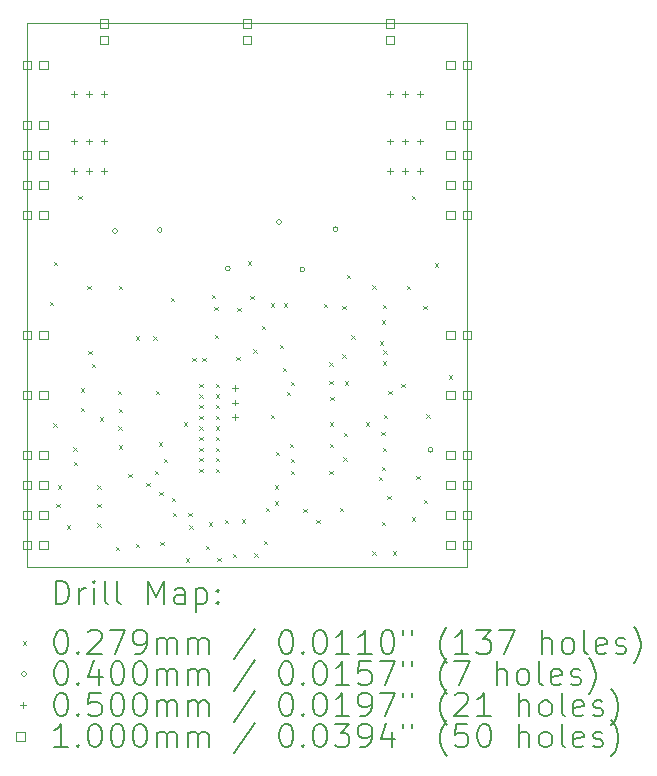
<source format=gbr>
%TF.GenerationSoftware,KiCad,Pcbnew,7.0.2-0*%
%TF.CreationDate,2024-04-25T00:05:01-07:00*%
%TF.ProjectId,LT8490,4c543834-3930-42e6-9b69-6361645f7063,v1.0b*%
%TF.SameCoordinates,Original*%
%TF.FileFunction,Drillmap*%
%TF.FilePolarity,Positive*%
%FSLAX45Y45*%
G04 Gerber Fmt 4.5, Leading zero omitted, Abs format (unit mm)*
G04 Created by KiCad (PCBNEW 7.0.2-0) date 2024-04-25 00:05:01*
%MOMM*%
%LPD*%
G01*
G04 APERTURE LIST*
%ADD10C,0.100000*%
%ADD11C,0.200000*%
%ADD12C,0.027940*%
%ADD13C,0.040000*%
%ADD14C,0.050000*%
G04 APERTURE END LIST*
D10*
X12925000Y-7575000D02*
X16650000Y-7575000D01*
X16650000Y-12175000D01*
X12925000Y-12175000D01*
X12925000Y-7575000D01*
D11*
D12*
X13121030Y-9931030D02*
X13148970Y-9958970D01*
X13148970Y-9931030D02*
X13121030Y-9958970D01*
X13149030Y-10961030D02*
X13176970Y-10988970D01*
X13176970Y-10961030D02*
X13149030Y-10988970D01*
X13151030Y-9596030D02*
X13178970Y-9623970D01*
X13178970Y-9596030D02*
X13151030Y-9623970D01*
X13173530Y-11645172D02*
X13201470Y-11673112D01*
X13201470Y-11645172D02*
X13173530Y-11673112D01*
X13186030Y-11485172D02*
X13213970Y-11513112D01*
X13213970Y-11485172D02*
X13186030Y-11513112D01*
X13266030Y-11826030D02*
X13293970Y-11853970D01*
X13293970Y-11826030D02*
X13266030Y-11853970D01*
X13317030Y-11165030D02*
X13344970Y-11192970D01*
X13344970Y-11165030D02*
X13317030Y-11192970D01*
X13323252Y-11288808D02*
X13351192Y-11316748D01*
X13351192Y-11288808D02*
X13323252Y-11316748D01*
X13361030Y-9036030D02*
X13388970Y-9063970D01*
X13388970Y-9036030D02*
X13361030Y-9063970D01*
X13382940Y-10665530D02*
X13410880Y-10693470D01*
X13410880Y-10665530D02*
X13382940Y-10693470D01*
X13382940Y-10830530D02*
X13410880Y-10858470D01*
X13410880Y-10830530D02*
X13382940Y-10858470D01*
X13436030Y-9796030D02*
X13463970Y-9823970D01*
X13463970Y-9796030D02*
X13436030Y-9823970D01*
X13446030Y-10346030D02*
X13473970Y-10373970D01*
X13473970Y-10346030D02*
X13446030Y-10373970D01*
X13476030Y-10456030D02*
X13503970Y-10483970D01*
X13503970Y-10456030D02*
X13476030Y-10483970D01*
X13520683Y-11807030D02*
X13548623Y-11834970D01*
X13548623Y-11807030D02*
X13520683Y-11834970D01*
X13521030Y-11486030D02*
X13548970Y-11513970D01*
X13548970Y-11486030D02*
X13521030Y-11513970D01*
X13521888Y-11645172D02*
X13549828Y-11673112D01*
X13549828Y-11645172D02*
X13521888Y-11673112D01*
X13541030Y-10911030D02*
X13568970Y-10938970D01*
X13568970Y-10911030D02*
X13541030Y-10938970D01*
X13676030Y-12006030D02*
X13703970Y-12033970D01*
X13703970Y-12006030D02*
X13676030Y-12033970D01*
X13697030Y-10686030D02*
X13724970Y-10713970D01*
X13724970Y-10686030D02*
X13697030Y-10713970D01*
X13700030Y-10986030D02*
X13727970Y-11013970D01*
X13727970Y-10986030D02*
X13700030Y-11013970D01*
X13701030Y-10836030D02*
X13728970Y-10863970D01*
X13728970Y-10836030D02*
X13701030Y-10863970D01*
X13701030Y-11147030D02*
X13728970Y-11174970D01*
X13728970Y-11147030D02*
X13701030Y-11174970D01*
X13706030Y-9796031D02*
X13733970Y-9823971D01*
X13733970Y-9796031D02*
X13706030Y-9823971D01*
X13783530Y-11386030D02*
X13811470Y-11413970D01*
X13811470Y-11386030D02*
X13783530Y-11413970D01*
X13846030Y-10226030D02*
X13873970Y-10253970D01*
X13873970Y-10226030D02*
X13846030Y-10253970D01*
X13846030Y-11984030D02*
X13873970Y-12011970D01*
X13873970Y-11984030D02*
X13846030Y-12011970D01*
X13936030Y-11467030D02*
X13963970Y-11494970D01*
X13963970Y-11467030D02*
X13936030Y-11494970D01*
X13996030Y-10226030D02*
X14023970Y-10253970D01*
X14023970Y-10226030D02*
X13996030Y-10253970D01*
X14007030Y-11364030D02*
X14034970Y-11391970D01*
X14034970Y-11364030D02*
X14007030Y-11391970D01*
X14016030Y-10686030D02*
X14043970Y-10713970D01*
X14043970Y-10686030D02*
X14016030Y-10713970D01*
X14040318Y-11121742D02*
X14068258Y-11149682D01*
X14068258Y-11121742D02*
X14040318Y-11149682D01*
X14046911Y-11542349D02*
X14074851Y-11570289D01*
X14074851Y-11542349D02*
X14046911Y-11570289D01*
X14054030Y-11962370D02*
X14081970Y-11990310D01*
X14081970Y-11962370D02*
X14054030Y-11990310D01*
X14085030Y-11259030D02*
X14112970Y-11286970D01*
X14112970Y-11259030D02*
X14085030Y-11286970D01*
X14146030Y-9901030D02*
X14173970Y-9928970D01*
X14173970Y-9901030D02*
X14146030Y-9928970D01*
X14151763Y-11594370D02*
X14179703Y-11622310D01*
X14179703Y-11594370D02*
X14151763Y-11622310D01*
X14161030Y-11722030D02*
X14188970Y-11749970D01*
X14188970Y-11722030D02*
X14161030Y-11749970D01*
X14255030Y-10953030D02*
X14282970Y-10980970D01*
X14282970Y-10953030D02*
X14255030Y-10980970D01*
X14268030Y-12104030D02*
X14295970Y-12131970D01*
X14295970Y-12104030D02*
X14268030Y-12131970D01*
X14293012Y-11718623D02*
X14320952Y-11746563D01*
X14320952Y-11718623D02*
X14293012Y-11746563D01*
X14300030Y-11826030D02*
X14327970Y-11853970D01*
X14327970Y-11826030D02*
X14300030Y-11853970D01*
X14326030Y-10406030D02*
X14353970Y-10433970D01*
X14353970Y-10406030D02*
X14326030Y-10433970D01*
X14386030Y-10626030D02*
X14413970Y-10653970D01*
X14413970Y-10626030D02*
X14386030Y-10653970D01*
X14386030Y-10716030D02*
X14413970Y-10743970D01*
X14413970Y-10716030D02*
X14386030Y-10743970D01*
X14386030Y-10806030D02*
X14413970Y-10833970D01*
X14413970Y-10806030D02*
X14386030Y-10833970D01*
X14386030Y-10896030D02*
X14413970Y-10923970D01*
X14413970Y-10896030D02*
X14386030Y-10923970D01*
X14386030Y-10986030D02*
X14413970Y-11013970D01*
X14413970Y-10986030D02*
X14386030Y-11013970D01*
X14386030Y-11076030D02*
X14413970Y-11103970D01*
X14413970Y-11076030D02*
X14386030Y-11103970D01*
X14386030Y-11166030D02*
X14413970Y-11193970D01*
X14413970Y-11166030D02*
X14386030Y-11193970D01*
X14386030Y-11256030D02*
X14413970Y-11283970D01*
X14413970Y-11256030D02*
X14386030Y-11283970D01*
X14386030Y-11346030D02*
X14413970Y-11373970D01*
X14413970Y-11346030D02*
X14386030Y-11373970D01*
X14410827Y-10407028D02*
X14438767Y-10434968D01*
X14438767Y-10407028D02*
X14410827Y-10434968D01*
X14441987Y-11997690D02*
X14469927Y-12025630D01*
X14469927Y-11997690D02*
X14441987Y-12025630D01*
X14467215Y-11800046D02*
X14495155Y-11827986D01*
X14495155Y-11800046D02*
X14467215Y-11827986D01*
X14491647Y-9875169D02*
X14519587Y-9903109D01*
X14519587Y-9875169D02*
X14491647Y-9903109D01*
X14511030Y-9976030D02*
X14538970Y-10003970D01*
X14538970Y-9976030D02*
X14511030Y-10003970D01*
X14518530Y-10213530D02*
X14546470Y-10241470D01*
X14546470Y-10213530D02*
X14518530Y-10241470D01*
X14526030Y-10626030D02*
X14553970Y-10653970D01*
X14553970Y-10626030D02*
X14526030Y-10653970D01*
X14526030Y-10716030D02*
X14553970Y-10743970D01*
X14553970Y-10716030D02*
X14526030Y-10743970D01*
X14526030Y-10806030D02*
X14553970Y-10833970D01*
X14553970Y-10806030D02*
X14526030Y-10833970D01*
X14526030Y-10896030D02*
X14553970Y-10923970D01*
X14553970Y-10896030D02*
X14526030Y-10923970D01*
X14526030Y-10986030D02*
X14553970Y-11013970D01*
X14553970Y-10986030D02*
X14526030Y-11013970D01*
X14526030Y-11076030D02*
X14553970Y-11103970D01*
X14553970Y-11076030D02*
X14526030Y-11103970D01*
X14526030Y-11166030D02*
X14553970Y-11193970D01*
X14553970Y-11166030D02*
X14526030Y-11193970D01*
X14526030Y-11256030D02*
X14553970Y-11283970D01*
X14553970Y-11256030D02*
X14526030Y-11283970D01*
X14526030Y-11346030D02*
X14553970Y-11373970D01*
X14553970Y-11346030D02*
X14526030Y-11373970D01*
X14538030Y-12102030D02*
X14565970Y-12129970D01*
X14565970Y-12102030D02*
X14538030Y-12129970D01*
X14598644Y-11780415D02*
X14626584Y-11808355D01*
X14626584Y-11780415D02*
X14598644Y-11808355D01*
X14671030Y-12064030D02*
X14698970Y-12091970D01*
X14698970Y-12064030D02*
X14671030Y-12091970D01*
X14699030Y-10400030D02*
X14726970Y-10427970D01*
X14726970Y-10400030D02*
X14699030Y-10427970D01*
X14706030Y-9981030D02*
X14733970Y-10008970D01*
X14733970Y-9981030D02*
X14706030Y-10008970D01*
X14744030Y-11775030D02*
X14771970Y-11802970D01*
X14771970Y-11775030D02*
X14744030Y-11802970D01*
X14796031Y-9589780D02*
X14823971Y-9617720D01*
X14823971Y-9589780D02*
X14796031Y-9617720D01*
X14816030Y-9882280D02*
X14843970Y-9910220D01*
X14843970Y-9882280D02*
X14816030Y-9910220D01*
X14841030Y-10336030D02*
X14868970Y-10363970D01*
X14868970Y-10336030D02*
X14841030Y-10363970D01*
X14851030Y-12061030D02*
X14878970Y-12088970D01*
X14878970Y-12061030D02*
X14851030Y-12088970D01*
X14916030Y-10136030D02*
X14943970Y-10163970D01*
X14943970Y-10136030D02*
X14916030Y-10163970D01*
X14930030Y-11958030D02*
X14957970Y-11985970D01*
X14957970Y-11958030D02*
X14930030Y-11985970D01*
X14948742Y-11676742D02*
X14976682Y-11704682D01*
X14976682Y-11676742D02*
X14948742Y-11704682D01*
X14991030Y-9946030D02*
X15018970Y-9973970D01*
X15018970Y-9946030D02*
X14991030Y-9973970D01*
X14991030Y-10890030D02*
X15018970Y-10917970D01*
X15018970Y-10890030D02*
X14991030Y-10917970D01*
X15025030Y-11486030D02*
X15052970Y-11513970D01*
X15052970Y-11486030D02*
X15025030Y-11513970D01*
X15026030Y-11622030D02*
X15053970Y-11649970D01*
X15053970Y-11622030D02*
X15026030Y-11649970D01*
X15035434Y-11204678D02*
X15063374Y-11232618D01*
X15063374Y-11204678D02*
X15035434Y-11232618D01*
X15064030Y-10294030D02*
X15091970Y-10321970D01*
X15091970Y-10294030D02*
X15064030Y-10321970D01*
X15089175Y-10494085D02*
X15117115Y-10522025D01*
X15117115Y-10494085D02*
X15089175Y-10522025D01*
X15101030Y-9946030D02*
X15128970Y-9973970D01*
X15128970Y-9946030D02*
X15101030Y-9973970D01*
X15125030Y-10695030D02*
X15152970Y-10722970D01*
X15152970Y-10695030D02*
X15125030Y-10722970D01*
X15154030Y-11135030D02*
X15181970Y-11162970D01*
X15181970Y-11135030D02*
X15154030Y-11162970D01*
X15157667Y-11262667D02*
X15185607Y-11290607D01*
X15185607Y-11262667D02*
X15157667Y-11290607D01*
X15161030Y-10608030D02*
X15188970Y-10635970D01*
X15188970Y-10608030D02*
X15161030Y-10635970D01*
X15161030Y-11361030D02*
X15188970Y-11388970D01*
X15188970Y-11361030D02*
X15161030Y-11388970D01*
X15266030Y-11686030D02*
X15293970Y-11713970D01*
X15293970Y-11686030D02*
X15266030Y-11713970D01*
X15376030Y-11776030D02*
X15403970Y-11803970D01*
X15403970Y-11776030D02*
X15376030Y-11803970D01*
X15441030Y-9951030D02*
X15468970Y-9978970D01*
X15468970Y-9951030D02*
X15441030Y-9978970D01*
X15486030Y-10446030D02*
X15513970Y-10473970D01*
X15513970Y-10446030D02*
X15486030Y-10473970D01*
X15486030Y-10601030D02*
X15513970Y-10628970D01*
X15513970Y-10601030D02*
X15486030Y-10628970D01*
X15486030Y-11366030D02*
X15513970Y-11393970D01*
X15513970Y-11366030D02*
X15486030Y-11393970D01*
X15491030Y-11136030D02*
X15518970Y-11163970D01*
X15518970Y-11136030D02*
X15491030Y-11163970D01*
X15492030Y-10954030D02*
X15519970Y-10981970D01*
X15519970Y-10954030D02*
X15492030Y-10981970D01*
X15493030Y-10734370D02*
X15520970Y-10762310D01*
X15520970Y-10734370D02*
X15493030Y-10762310D01*
X15576030Y-11676030D02*
X15603970Y-11703970D01*
X15603970Y-11676030D02*
X15576030Y-11703970D01*
X15596030Y-9966030D02*
X15623970Y-9993970D01*
X15623970Y-9966030D02*
X15596030Y-9993970D01*
X15596030Y-10376030D02*
X15623970Y-10403970D01*
X15623970Y-10376030D02*
X15596030Y-10403970D01*
X15604990Y-11249869D02*
X15632930Y-11277809D01*
X15632930Y-11249869D02*
X15604990Y-11277809D01*
X15608030Y-11039030D02*
X15635970Y-11066970D01*
X15635970Y-11039030D02*
X15608030Y-11066970D01*
X15618015Y-10605911D02*
X15645955Y-10633851D01*
X15645955Y-10605911D02*
X15618015Y-10633851D01*
X15635030Y-9703097D02*
X15662970Y-9731037D01*
X15662970Y-9703097D02*
X15635030Y-9731037D01*
X15671030Y-10216030D02*
X15698970Y-10243970D01*
X15698970Y-10216030D02*
X15671030Y-10243970D01*
X15794030Y-10954030D02*
X15821970Y-10981970D01*
X15821970Y-10954030D02*
X15794030Y-10981970D01*
X15848530Y-12045030D02*
X15876470Y-12072970D01*
X15876470Y-12045030D02*
X15848530Y-12072970D01*
X15849780Y-9793136D02*
X15877720Y-9821076D01*
X15877720Y-9793136D02*
X15849780Y-9821076D01*
X15906030Y-11416030D02*
X15933970Y-11443970D01*
X15933970Y-11416030D02*
X15906030Y-11443970D01*
X15916030Y-10266030D02*
X15943970Y-10293970D01*
X15943970Y-10266030D02*
X15916030Y-10293970D01*
X15926030Y-11036030D02*
X15953970Y-11063970D01*
X15953970Y-11036030D02*
X15926030Y-11063970D01*
X15931030Y-11328530D02*
X15958970Y-11356470D01*
X15958970Y-11328530D02*
X15931030Y-11356470D01*
X15932030Y-10089030D02*
X15959970Y-10116970D01*
X15959970Y-10089030D02*
X15932030Y-10116970D01*
X15932030Y-11796030D02*
X15959970Y-11823970D01*
X15959970Y-11796030D02*
X15932030Y-11823970D01*
X15936030Y-9956030D02*
X15963970Y-9983970D01*
X15963970Y-9956030D02*
X15936030Y-9983970D01*
X15936030Y-10436030D02*
X15963970Y-10463970D01*
X15963970Y-10436030D02*
X15936030Y-10463970D01*
X15936940Y-11165994D02*
X15964880Y-11193934D01*
X15964880Y-11165994D02*
X15936940Y-11193934D01*
X15943650Y-10342080D02*
X15971590Y-10370020D01*
X15971590Y-10342080D02*
X15943650Y-10370020D01*
X15946030Y-10887672D02*
X15973970Y-10915612D01*
X15973970Y-10887672D02*
X15946030Y-10915612D01*
X15976030Y-11576030D02*
X16003970Y-11603970D01*
X16003970Y-11576030D02*
X15976030Y-11603970D01*
X15984584Y-10688584D02*
X16012524Y-10716524D01*
X16012524Y-10688584D02*
X15984584Y-10716524D01*
X16023530Y-12045030D02*
X16051470Y-12072970D01*
X16051470Y-12045030D02*
X16023530Y-12072970D01*
X16094030Y-10628030D02*
X16121970Y-10655970D01*
X16121970Y-10628030D02*
X16094030Y-10655970D01*
X16143881Y-9796030D02*
X16171821Y-9823970D01*
X16171821Y-9796030D02*
X16143881Y-9823970D01*
X16186030Y-9036030D02*
X16213970Y-9063970D01*
X16213970Y-9036030D02*
X16186030Y-9063970D01*
X16186030Y-11756030D02*
X16213970Y-11783970D01*
X16213970Y-11756030D02*
X16186030Y-11783970D01*
X16221030Y-11408530D02*
X16248970Y-11436470D01*
X16248970Y-11408530D02*
X16221030Y-11436470D01*
X16280370Y-9968030D02*
X16308310Y-9995970D01*
X16308310Y-9968030D02*
X16280370Y-9995970D01*
X16286030Y-11611030D02*
X16313970Y-11638970D01*
X16313970Y-11611030D02*
X16286030Y-11638970D01*
X16306030Y-10886030D02*
X16333970Y-10913970D01*
X16333970Y-10886030D02*
X16306030Y-10913970D01*
X16381030Y-9606030D02*
X16408970Y-9633970D01*
X16408970Y-9606030D02*
X16381030Y-9633970D01*
X16496030Y-10556030D02*
X16523970Y-10583970D01*
X16523970Y-10556030D02*
X16496030Y-10583970D01*
D13*
X13690000Y-9332500D02*
G75*
G03*
X13690000Y-9332500I-20000J0D01*
G01*
X14070000Y-9325000D02*
G75*
G03*
X14070000Y-9325000I-20000J0D01*
G01*
X14645000Y-9650000D02*
G75*
G03*
X14645000Y-9650000I-20000J0D01*
G01*
X15080000Y-9255929D02*
G75*
G03*
X15080000Y-9255929I-20000J0D01*
G01*
X15278000Y-9659000D02*
G75*
G03*
X15278000Y-9659000I-20000J0D01*
G01*
X15558962Y-9317083D02*
G75*
G03*
X15558962Y-9317083I-20000J0D01*
G01*
X16362500Y-11185000D02*
G75*
G03*
X16362500Y-11185000I-20000J0D01*
G01*
D14*
X13325000Y-8150000D02*
X13325000Y-8200000D01*
X13300000Y-8175000D02*
X13350000Y-8175000D01*
X13325000Y-8550000D02*
X13325000Y-8600000D01*
X13300000Y-8575000D02*
X13350000Y-8575000D01*
X13325000Y-8800000D02*
X13325000Y-8850000D01*
X13300000Y-8825000D02*
X13350000Y-8825000D01*
X13450000Y-8150000D02*
X13450000Y-8200000D01*
X13425000Y-8175000D02*
X13475000Y-8175000D01*
X13450000Y-8550000D02*
X13450000Y-8600000D01*
X13425000Y-8575000D02*
X13475000Y-8575000D01*
X13450000Y-8800000D02*
X13450000Y-8850000D01*
X13425000Y-8825000D02*
X13475000Y-8825000D01*
X13575000Y-8150000D02*
X13575000Y-8200000D01*
X13550000Y-8175000D02*
X13600000Y-8175000D01*
X13575000Y-8550000D02*
X13575000Y-8600000D01*
X13550000Y-8575000D02*
X13600000Y-8575000D01*
X13575000Y-8800000D02*
X13575000Y-8850000D01*
X13550000Y-8825000D02*
X13600000Y-8825000D01*
X14690000Y-10635000D02*
X14690000Y-10685000D01*
X14665000Y-10660000D02*
X14715000Y-10660000D01*
X14690000Y-10760000D02*
X14690000Y-10810000D01*
X14665000Y-10785000D02*
X14715000Y-10785000D01*
X14690000Y-10885000D02*
X14690000Y-10935000D01*
X14665000Y-10910000D02*
X14715000Y-10910000D01*
X16000000Y-8150000D02*
X16000000Y-8200000D01*
X15975000Y-8175000D02*
X16025000Y-8175000D01*
X16000000Y-8550000D02*
X16000000Y-8600000D01*
X15975000Y-8575000D02*
X16025000Y-8575000D01*
X16000000Y-8800000D02*
X16000000Y-8850000D01*
X15975000Y-8825000D02*
X16025000Y-8825000D01*
X16125000Y-8150000D02*
X16125000Y-8200000D01*
X16100000Y-8175000D02*
X16150000Y-8175000D01*
X16125000Y-8550000D02*
X16125000Y-8600000D01*
X16100000Y-8575000D02*
X16150000Y-8575000D01*
X16125000Y-8800000D02*
X16125000Y-8850000D01*
X16100000Y-8825000D02*
X16150000Y-8825000D01*
X16250000Y-8150000D02*
X16250000Y-8200000D01*
X16225000Y-8175000D02*
X16275000Y-8175000D01*
X16250000Y-8550000D02*
X16250000Y-8600000D01*
X16225000Y-8575000D02*
X16275000Y-8575000D01*
X16250000Y-8800000D02*
X16250000Y-8850000D01*
X16225000Y-8825000D02*
X16275000Y-8825000D01*
D10*
X12960356Y-7964356D02*
X12960356Y-7893644D01*
X12889644Y-7893644D01*
X12889644Y-7964356D01*
X12960356Y-7964356D01*
X12960356Y-8472356D02*
X12960356Y-8401644D01*
X12889644Y-8401644D01*
X12889644Y-8472356D01*
X12960356Y-8472356D01*
X12960356Y-8726356D02*
X12960356Y-8655644D01*
X12889644Y-8655644D01*
X12889644Y-8726356D01*
X12960356Y-8726356D01*
X12960356Y-8980356D02*
X12960356Y-8909644D01*
X12889644Y-8909644D01*
X12889644Y-8980356D01*
X12960356Y-8980356D01*
X12960356Y-9234356D02*
X12960356Y-9163644D01*
X12889644Y-9163644D01*
X12889644Y-9234356D01*
X12960356Y-9234356D01*
X12960356Y-10250356D02*
X12960356Y-10179644D01*
X12889644Y-10179644D01*
X12889644Y-10250356D01*
X12960356Y-10250356D01*
X12960356Y-10758356D02*
X12960356Y-10687644D01*
X12889644Y-10687644D01*
X12889644Y-10758356D01*
X12960356Y-10758356D01*
X12960356Y-11266356D02*
X12960356Y-11195644D01*
X12889644Y-11195644D01*
X12889644Y-11266356D01*
X12960356Y-11266356D01*
X12960356Y-11520356D02*
X12960356Y-11449644D01*
X12889644Y-11449644D01*
X12889644Y-11520356D01*
X12960356Y-11520356D01*
X12960356Y-11774356D02*
X12960356Y-11703644D01*
X12889644Y-11703644D01*
X12889644Y-11774356D01*
X12960356Y-11774356D01*
X12960356Y-12028356D02*
X12960356Y-11957644D01*
X12889644Y-11957644D01*
X12889644Y-12028356D01*
X12960356Y-12028356D01*
X13100356Y-7964356D02*
X13100356Y-7893644D01*
X13029644Y-7893644D01*
X13029644Y-7964356D01*
X13100356Y-7964356D01*
X13100356Y-8472356D02*
X13100356Y-8401644D01*
X13029644Y-8401644D01*
X13029644Y-8472356D01*
X13100356Y-8472356D01*
X13100356Y-8726356D02*
X13100356Y-8655644D01*
X13029644Y-8655644D01*
X13029644Y-8726356D01*
X13100356Y-8726356D01*
X13100356Y-8980356D02*
X13100356Y-8909644D01*
X13029644Y-8909644D01*
X13029644Y-8980356D01*
X13100356Y-8980356D01*
X13100356Y-9234356D02*
X13100356Y-9163644D01*
X13029644Y-9163644D01*
X13029644Y-9234356D01*
X13100356Y-9234356D01*
X13100356Y-10250356D02*
X13100356Y-10179644D01*
X13029644Y-10179644D01*
X13029644Y-10250356D01*
X13100356Y-10250356D01*
X13100356Y-10758356D02*
X13100356Y-10687644D01*
X13029644Y-10687644D01*
X13029644Y-10758356D01*
X13100356Y-10758356D01*
X13100356Y-11266356D02*
X13100356Y-11195644D01*
X13029644Y-11195644D01*
X13029644Y-11266356D01*
X13100356Y-11266356D01*
X13100356Y-11520356D02*
X13100356Y-11449644D01*
X13029644Y-11449644D01*
X13029644Y-11520356D01*
X13100356Y-11520356D01*
X13100356Y-11774356D02*
X13100356Y-11703644D01*
X13029644Y-11703644D01*
X13029644Y-11774356D01*
X13100356Y-11774356D01*
X13100356Y-12028356D02*
X13100356Y-11957644D01*
X13029644Y-11957644D01*
X13029644Y-12028356D01*
X13100356Y-12028356D01*
X13610356Y-7610356D02*
X13610356Y-7539644D01*
X13539644Y-7539644D01*
X13539644Y-7610356D01*
X13610356Y-7610356D01*
X13610356Y-7750356D02*
X13610356Y-7679644D01*
X13539644Y-7679644D01*
X13539644Y-7750356D01*
X13610356Y-7750356D01*
X14822856Y-7610356D02*
X14822856Y-7539644D01*
X14752144Y-7539644D01*
X14752144Y-7610356D01*
X14822856Y-7610356D01*
X14822856Y-7750356D02*
X14822856Y-7679644D01*
X14752144Y-7679644D01*
X14752144Y-7750356D01*
X14822856Y-7750356D01*
X16035356Y-7610356D02*
X16035356Y-7539644D01*
X15964644Y-7539644D01*
X15964644Y-7610356D01*
X16035356Y-7610356D01*
X16035356Y-7750356D02*
X16035356Y-7679644D01*
X15964644Y-7679644D01*
X15964644Y-7750356D01*
X16035356Y-7750356D01*
X16545355Y-7964357D02*
X16545355Y-7893645D01*
X16474644Y-7893645D01*
X16474644Y-7964357D01*
X16545355Y-7964357D01*
X16545355Y-8472357D02*
X16545355Y-8401646D01*
X16474644Y-8401646D01*
X16474644Y-8472357D01*
X16545355Y-8472357D01*
X16545356Y-8726356D02*
X16545356Y-8655644D01*
X16474644Y-8655644D01*
X16474644Y-8726356D01*
X16545356Y-8726356D01*
X16545356Y-8980356D02*
X16545356Y-8909644D01*
X16474644Y-8909644D01*
X16474644Y-8980356D01*
X16545356Y-8980356D01*
X16545356Y-9234356D02*
X16545356Y-9163644D01*
X16474644Y-9163644D01*
X16474644Y-9234356D01*
X16545356Y-9234356D01*
X16545356Y-10250356D02*
X16545356Y-10179644D01*
X16474644Y-10179644D01*
X16474644Y-10250356D01*
X16545356Y-10250356D01*
X16545356Y-10758356D02*
X16545356Y-10687644D01*
X16474644Y-10687644D01*
X16474644Y-10758356D01*
X16545356Y-10758356D01*
X16545356Y-11266356D02*
X16545356Y-11195644D01*
X16474644Y-11195644D01*
X16474644Y-11266356D01*
X16545356Y-11266356D01*
X16545356Y-11520356D02*
X16545356Y-11449644D01*
X16474644Y-11449644D01*
X16474644Y-11520356D01*
X16545356Y-11520356D01*
X16545356Y-11774356D02*
X16545356Y-11703644D01*
X16474644Y-11703644D01*
X16474644Y-11774356D01*
X16545356Y-11774356D01*
X16545356Y-12028356D02*
X16545356Y-11957644D01*
X16474644Y-11957644D01*
X16474644Y-12028356D01*
X16545356Y-12028356D01*
X16685355Y-7964357D02*
X16685355Y-7893645D01*
X16614644Y-7893645D01*
X16614644Y-7964357D01*
X16685355Y-7964357D01*
X16685355Y-8472357D02*
X16685355Y-8401646D01*
X16614644Y-8401646D01*
X16614644Y-8472357D01*
X16685355Y-8472357D01*
X16685356Y-8726356D02*
X16685356Y-8655644D01*
X16614644Y-8655644D01*
X16614644Y-8726356D01*
X16685356Y-8726356D01*
X16685356Y-8980356D02*
X16685356Y-8909644D01*
X16614644Y-8909644D01*
X16614644Y-8980356D01*
X16685356Y-8980356D01*
X16685356Y-9234356D02*
X16685356Y-9163644D01*
X16614644Y-9163644D01*
X16614644Y-9234356D01*
X16685356Y-9234356D01*
X16685356Y-10250356D02*
X16685356Y-10179644D01*
X16614644Y-10179644D01*
X16614644Y-10250356D01*
X16685356Y-10250356D01*
X16685356Y-10758356D02*
X16685356Y-10687644D01*
X16614644Y-10687644D01*
X16614644Y-10758356D01*
X16685356Y-10758356D01*
X16685356Y-11266356D02*
X16685356Y-11195644D01*
X16614644Y-11195644D01*
X16614644Y-11266356D01*
X16685356Y-11266356D01*
X16685356Y-11520356D02*
X16685356Y-11449644D01*
X16614644Y-11449644D01*
X16614644Y-11520356D01*
X16685356Y-11520356D01*
X16685356Y-11774356D02*
X16685356Y-11703644D01*
X16614644Y-11703644D01*
X16614644Y-11774356D01*
X16685356Y-11774356D01*
X16685356Y-12028356D02*
X16685356Y-11957644D01*
X16614644Y-11957644D01*
X16614644Y-12028356D01*
X16685356Y-12028356D01*
D11*
X13167619Y-12492524D02*
X13167619Y-12292524D01*
X13167619Y-12292524D02*
X13215238Y-12292524D01*
X13215238Y-12292524D02*
X13243809Y-12302048D01*
X13243809Y-12302048D02*
X13262857Y-12321095D01*
X13262857Y-12321095D02*
X13272381Y-12340143D01*
X13272381Y-12340143D02*
X13281905Y-12378238D01*
X13281905Y-12378238D02*
X13281905Y-12406809D01*
X13281905Y-12406809D02*
X13272381Y-12444905D01*
X13272381Y-12444905D02*
X13262857Y-12463952D01*
X13262857Y-12463952D02*
X13243809Y-12483000D01*
X13243809Y-12483000D02*
X13215238Y-12492524D01*
X13215238Y-12492524D02*
X13167619Y-12492524D01*
X13367619Y-12492524D02*
X13367619Y-12359190D01*
X13367619Y-12397286D02*
X13377143Y-12378238D01*
X13377143Y-12378238D02*
X13386667Y-12368714D01*
X13386667Y-12368714D02*
X13405714Y-12359190D01*
X13405714Y-12359190D02*
X13424762Y-12359190D01*
X13491428Y-12492524D02*
X13491428Y-12359190D01*
X13491428Y-12292524D02*
X13481905Y-12302048D01*
X13481905Y-12302048D02*
X13491428Y-12311571D01*
X13491428Y-12311571D02*
X13500952Y-12302048D01*
X13500952Y-12302048D02*
X13491428Y-12292524D01*
X13491428Y-12292524D02*
X13491428Y-12311571D01*
X13615238Y-12492524D02*
X13596190Y-12483000D01*
X13596190Y-12483000D02*
X13586667Y-12463952D01*
X13586667Y-12463952D02*
X13586667Y-12292524D01*
X13720000Y-12492524D02*
X13700952Y-12483000D01*
X13700952Y-12483000D02*
X13691428Y-12463952D01*
X13691428Y-12463952D02*
X13691428Y-12292524D01*
X13948571Y-12492524D02*
X13948571Y-12292524D01*
X13948571Y-12292524D02*
X14015238Y-12435381D01*
X14015238Y-12435381D02*
X14081905Y-12292524D01*
X14081905Y-12292524D02*
X14081905Y-12492524D01*
X14262857Y-12492524D02*
X14262857Y-12387762D01*
X14262857Y-12387762D02*
X14253333Y-12368714D01*
X14253333Y-12368714D02*
X14234286Y-12359190D01*
X14234286Y-12359190D02*
X14196190Y-12359190D01*
X14196190Y-12359190D02*
X14177143Y-12368714D01*
X14262857Y-12483000D02*
X14243809Y-12492524D01*
X14243809Y-12492524D02*
X14196190Y-12492524D01*
X14196190Y-12492524D02*
X14177143Y-12483000D01*
X14177143Y-12483000D02*
X14167619Y-12463952D01*
X14167619Y-12463952D02*
X14167619Y-12444905D01*
X14167619Y-12444905D02*
X14177143Y-12425857D01*
X14177143Y-12425857D02*
X14196190Y-12416333D01*
X14196190Y-12416333D02*
X14243809Y-12416333D01*
X14243809Y-12416333D02*
X14262857Y-12406809D01*
X14358095Y-12359190D02*
X14358095Y-12559190D01*
X14358095Y-12368714D02*
X14377143Y-12359190D01*
X14377143Y-12359190D02*
X14415238Y-12359190D01*
X14415238Y-12359190D02*
X14434286Y-12368714D01*
X14434286Y-12368714D02*
X14443809Y-12378238D01*
X14443809Y-12378238D02*
X14453333Y-12397286D01*
X14453333Y-12397286D02*
X14453333Y-12454428D01*
X14453333Y-12454428D02*
X14443809Y-12473476D01*
X14443809Y-12473476D02*
X14434286Y-12483000D01*
X14434286Y-12483000D02*
X14415238Y-12492524D01*
X14415238Y-12492524D02*
X14377143Y-12492524D01*
X14377143Y-12492524D02*
X14358095Y-12483000D01*
X14539048Y-12473476D02*
X14548571Y-12483000D01*
X14548571Y-12483000D02*
X14539048Y-12492524D01*
X14539048Y-12492524D02*
X14529524Y-12483000D01*
X14529524Y-12483000D02*
X14539048Y-12473476D01*
X14539048Y-12473476D02*
X14539048Y-12492524D01*
X14539048Y-12368714D02*
X14548571Y-12378238D01*
X14548571Y-12378238D02*
X14539048Y-12387762D01*
X14539048Y-12387762D02*
X14529524Y-12378238D01*
X14529524Y-12378238D02*
X14539048Y-12368714D01*
X14539048Y-12368714D02*
X14539048Y-12387762D01*
D12*
X12892060Y-12806030D02*
X12920000Y-12833970D01*
X12920000Y-12806030D02*
X12892060Y-12833970D01*
D11*
X13205714Y-12712524D02*
X13224762Y-12712524D01*
X13224762Y-12712524D02*
X13243809Y-12722048D01*
X13243809Y-12722048D02*
X13253333Y-12731571D01*
X13253333Y-12731571D02*
X13262857Y-12750619D01*
X13262857Y-12750619D02*
X13272381Y-12788714D01*
X13272381Y-12788714D02*
X13272381Y-12836333D01*
X13272381Y-12836333D02*
X13262857Y-12874428D01*
X13262857Y-12874428D02*
X13253333Y-12893476D01*
X13253333Y-12893476D02*
X13243809Y-12903000D01*
X13243809Y-12903000D02*
X13224762Y-12912524D01*
X13224762Y-12912524D02*
X13205714Y-12912524D01*
X13205714Y-12912524D02*
X13186667Y-12903000D01*
X13186667Y-12903000D02*
X13177143Y-12893476D01*
X13177143Y-12893476D02*
X13167619Y-12874428D01*
X13167619Y-12874428D02*
X13158095Y-12836333D01*
X13158095Y-12836333D02*
X13158095Y-12788714D01*
X13158095Y-12788714D02*
X13167619Y-12750619D01*
X13167619Y-12750619D02*
X13177143Y-12731571D01*
X13177143Y-12731571D02*
X13186667Y-12722048D01*
X13186667Y-12722048D02*
X13205714Y-12712524D01*
X13358095Y-12893476D02*
X13367619Y-12903000D01*
X13367619Y-12903000D02*
X13358095Y-12912524D01*
X13358095Y-12912524D02*
X13348571Y-12903000D01*
X13348571Y-12903000D02*
X13358095Y-12893476D01*
X13358095Y-12893476D02*
X13358095Y-12912524D01*
X13443809Y-12731571D02*
X13453333Y-12722048D01*
X13453333Y-12722048D02*
X13472381Y-12712524D01*
X13472381Y-12712524D02*
X13520000Y-12712524D01*
X13520000Y-12712524D02*
X13539048Y-12722048D01*
X13539048Y-12722048D02*
X13548571Y-12731571D01*
X13548571Y-12731571D02*
X13558095Y-12750619D01*
X13558095Y-12750619D02*
X13558095Y-12769667D01*
X13558095Y-12769667D02*
X13548571Y-12798238D01*
X13548571Y-12798238D02*
X13434286Y-12912524D01*
X13434286Y-12912524D02*
X13558095Y-12912524D01*
X13624762Y-12712524D02*
X13758095Y-12712524D01*
X13758095Y-12712524D02*
X13672381Y-12912524D01*
X13843809Y-12912524D02*
X13881905Y-12912524D01*
X13881905Y-12912524D02*
X13900952Y-12903000D01*
X13900952Y-12903000D02*
X13910476Y-12893476D01*
X13910476Y-12893476D02*
X13929524Y-12864905D01*
X13929524Y-12864905D02*
X13939048Y-12826809D01*
X13939048Y-12826809D02*
X13939048Y-12750619D01*
X13939048Y-12750619D02*
X13929524Y-12731571D01*
X13929524Y-12731571D02*
X13920000Y-12722048D01*
X13920000Y-12722048D02*
X13900952Y-12712524D01*
X13900952Y-12712524D02*
X13862857Y-12712524D01*
X13862857Y-12712524D02*
X13843809Y-12722048D01*
X13843809Y-12722048D02*
X13834286Y-12731571D01*
X13834286Y-12731571D02*
X13824762Y-12750619D01*
X13824762Y-12750619D02*
X13824762Y-12798238D01*
X13824762Y-12798238D02*
X13834286Y-12817286D01*
X13834286Y-12817286D02*
X13843809Y-12826809D01*
X13843809Y-12826809D02*
X13862857Y-12836333D01*
X13862857Y-12836333D02*
X13900952Y-12836333D01*
X13900952Y-12836333D02*
X13920000Y-12826809D01*
X13920000Y-12826809D02*
X13929524Y-12817286D01*
X13929524Y-12817286D02*
X13939048Y-12798238D01*
X14024762Y-12912524D02*
X14024762Y-12779190D01*
X14024762Y-12798238D02*
X14034286Y-12788714D01*
X14034286Y-12788714D02*
X14053333Y-12779190D01*
X14053333Y-12779190D02*
X14081905Y-12779190D01*
X14081905Y-12779190D02*
X14100952Y-12788714D01*
X14100952Y-12788714D02*
X14110476Y-12807762D01*
X14110476Y-12807762D02*
X14110476Y-12912524D01*
X14110476Y-12807762D02*
X14120000Y-12788714D01*
X14120000Y-12788714D02*
X14139048Y-12779190D01*
X14139048Y-12779190D02*
X14167619Y-12779190D01*
X14167619Y-12779190D02*
X14186667Y-12788714D01*
X14186667Y-12788714D02*
X14196190Y-12807762D01*
X14196190Y-12807762D02*
X14196190Y-12912524D01*
X14291429Y-12912524D02*
X14291429Y-12779190D01*
X14291429Y-12798238D02*
X14300952Y-12788714D01*
X14300952Y-12788714D02*
X14320000Y-12779190D01*
X14320000Y-12779190D02*
X14348571Y-12779190D01*
X14348571Y-12779190D02*
X14367619Y-12788714D01*
X14367619Y-12788714D02*
X14377143Y-12807762D01*
X14377143Y-12807762D02*
X14377143Y-12912524D01*
X14377143Y-12807762D02*
X14386667Y-12788714D01*
X14386667Y-12788714D02*
X14405714Y-12779190D01*
X14405714Y-12779190D02*
X14434286Y-12779190D01*
X14434286Y-12779190D02*
X14453333Y-12788714D01*
X14453333Y-12788714D02*
X14462857Y-12807762D01*
X14462857Y-12807762D02*
X14462857Y-12912524D01*
X14853333Y-12703000D02*
X14681905Y-12960143D01*
X15110476Y-12712524D02*
X15129524Y-12712524D01*
X15129524Y-12712524D02*
X15148572Y-12722048D01*
X15148572Y-12722048D02*
X15158095Y-12731571D01*
X15158095Y-12731571D02*
X15167619Y-12750619D01*
X15167619Y-12750619D02*
X15177143Y-12788714D01*
X15177143Y-12788714D02*
X15177143Y-12836333D01*
X15177143Y-12836333D02*
X15167619Y-12874428D01*
X15167619Y-12874428D02*
X15158095Y-12893476D01*
X15158095Y-12893476D02*
X15148572Y-12903000D01*
X15148572Y-12903000D02*
X15129524Y-12912524D01*
X15129524Y-12912524D02*
X15110476Y-12912524D01*
X15110476Y-12912524D02*
X15091429Y-12903000D01*
X15091429Y-12903000D02*
X15081905Y-12893476D01*
X15081905Y-12893476D02*
X15072381Y-12874428D01*
X15072381Y-12874428D02*
X15062857Y-12836333D01*
X15062857Y-12836333D02*
X15062857Y-12788714D01*
X15062857Y-12788714D02*
X15072381Y-12750619D01*
X15072381Y-12750619D02*
X15081905Y-12731571D01*
X15081905Y-12731571D02*
X15091429Y-12722048D01*
X15091429Y-12722048D02*
X15110476Y-12712524D01*
X15262857Y-12893476D02*
X15272381Y-12903000D01*
X15272381Y-12903000D02*
X15262857Y-12912524D01*
X15262857Y-12912524D02*
X15253333Y-12903000D01*
X15253333Y-12903000D02*
X15262857Y-12893476D01*
X15262857Y-12893476D02*
X15262857Y-12912524D01*
X15396191Y-12712524D02*
X15415238Y-12712524D01*
X15415238Y-12712524D02*
X15434286Y-12722048D01*
X15434286Y-12722048D02*
X15443810Y-12731571D01*
X15443810Y-12731571D02*
X15453333Y-12750619D01*
X15453333Y-12750619D02*
X15462857Y-12788714D01*
X15462857Y-12788714D02*
X15462857Y-12836333D01*
X15462857Y-12836333D02*
X15453333Y-12874428D01*
X15453333Y-12874428D02*
X15443810Y-12893476D01*
X15443810Y-12893476D02*
X15434286Y-12903000D01*
X15434286Y-12903000D02*
X15415238Y-12912524D01*
X15415238Y-12912524D02*
X15396191Y-12912524D01*
X15396191Y-12912524D02*
X15377143Y-12903000D01*
X15377143Y-12903000D02*
X15367619Y-12893476D01*
X15367619Y-12893476D02*
X15358095Y-12874428D01*
X15358095Y-12874428D02*
X15348572Y-12836333D01*
X15348572Y-12836333D02*
X15348572Y-12788714D01*
X15348572Y-12788714D02*
X15358095Y-12750619D01*
X15358095Y-12750619D02*
X15367619Y-12731571D01*
X15367619Y-12731571D02*
X15377143Y-12722048D01*
X15377143Y-12722048D02*
X15396191Y-12712524D01*
X15653333Y-12912524D02*
X15539048Y-12912524D01*
X15596191Y-12912524D02*
X15596191Y-12712524D01*
X15596191Y-12712524D02*
X15577143Y-12741095D01*
X15577143Y-12741095D02*
X15558095Y-12760143D01*
X15558095Y-12760143D02*
X15539048Y-12769667D01*
X15843810Y-12912524D02*
X15729524Y-12912524D01*
X15786667Y-12912524D02*
X15786667Y-12712524D01*
X15786667Y-12712524D02*
X15767619Y-12741095D01*
X15767619Y-12741095D02*
X15748572Y-12760143D01*
X15748572Y-12760143D02*
X15729524Y-12769667D01*
X15967619Y-12712524D02*
X15986667Y-12712524D01*
X15986667Y-12712524D02*
X16005714Y-12722048D01*
X16005714Y-12722048D02*
X16015238Y-12731571D01*
X16015238Y-12731571D02*
X16024762Y-12750619D01*
X16024762Y-12750619D02*
X16034286Y-12788714D01*
X16034286Y-12788714D02*
X16034286Y-12836333D01*
X16034286Y-12836333D02*
X16024762Y-12874428D01*
X16024762Y-12874428D02*
X16015238Y-12893476D01*
X16015238Y-12893476D02*
X16005714Y-12903000D01*
X16005714Y-12903000D02*
X15986667Y-12912524D01*
X15986667Y-12912524D02*
X15967619Y-12912524D01*
X15967619Y-12912524D02*
X15948572Y-12903000D01*
X15948572Y-12903000D02*
X15939048Y-12893476D01*
X15939048Y-12893476D02*
X15929524Y-12874428D01*
X15929524Y-12874428D02*
X15920000Y-12836333D01*
X15920000Y-12836333D02*
X15920000Y-12788714D01*
X15920000Y-12788714D02*
X15929524Y-12750619D01*
X15929524Y-12750619D02*
X15939048Y-12731571D01*
X15939048Y-12731571D02*
X15948572Y-12722048D01*
X15948572Y-12722048D02*
X15967619Y-12712524D01*
X16110476Y-12712524D02*
X16110476Y-12750619D01*
X16186667Y-12712524D02*
X16186667Y-12750619D01*
X16481905Y-12988714D02*
X16472381Y-12979190D01*
X16472381Y-12979190D02*
X16453334Y-12950619D01*
X16453334Y-12950619D02*
X16443810Y-12931571D01*
X16443810Y-12931571D02*
X16434286Y-12903000D01*
X16434286Y-12903000D02*
X16424762Y-12855381D01*
X16424762Y-12855381D02*
X16424762Y-12817286D01*
X16424762Y-12817286D02*
X16434286Y-12769667D01*
X16434286Y-12769667D02*
X16443810Y-12741095D01*
X16443810Y-12741095D02*
X16453334Y-12722048D01*
X16453334Y-12722048D02*
X16472381Y-12693476D01*
X16472381Y-12693476D02*
X16481905Y-12683952D01*
X16662857Y-12912524D02*
X16548572Y-12912524D01*
X16605714Y-12912524D02*
X16605714Y-12712524D01*
X16605714Y-12712524D02*
X16586667Y-12741095D01*
X16586667Y-12741095D02*
X16567619Y-12760143D01*
X16567619Y-12760143D02*
X16548572Y-12769667D01*
X16729524Y-12712524D02*
X16853334Y-12712524D01*
X16853334Y-12712524D02*
X16786667Y-12788714D01*
X16786667Y-12788714D02*
X16815238Y-12788714D01*
X16815238Y-12788714D02*
X16834286Y-12798238D01*
X16834286Y-12798238D02*
X16843810Y-12807762D01*
X16843810Y-12807762D02*
X16853334Y-12826809D01*
X16853334Y-12826809D02*
X16853334Y-12874428D01*
X16853334Y-12874428D02*
X16843810Y-12893476D01*
X16843810Y-12893476D02*
X16834286Y-12903000D01*
X16834286Y-12903000D02*
X16815238Y-12912524D01*
X16815238Y-12912524D02*
X16758095Y-12912524D01*
X16758095Y-12912524D02*
X16739048Y-12903000D01*
X16739048Y-12903000D02*
X16729524Y-12893476D01*
X16920000Y-12712524D02*
X17053334Y-12712524D01*
X17053334Y-12712524D02*
X16967619Y-12912524D01*
X17281905Y-12912524D02*
X17281905Y-12712524D01*
X17367619Y-12912524D02*
X17367619Y-12807762D01*
X17367619Y-12807762D02*
X17358096Y-12788714D01*
X17358096Y-12788714D02*
X17339048Y-12779190D01*
X17339048Y-12779190D02*
X17310477Y-12779190D01*
X17310477Y-12779190D02*
X17291429Y-12788714D01*
X17291429Y-12788714D02*
X17281905Y-12798238D01*
X17491429Y-12912524D02*
X17472381Y-12903000D01*
X17472381Y-12903000D02*
X17462858Y-12893476D01*
X17462858Y-12893476D02*
X17453334Y-12874428D01*
X17453334Y-12874428D02*
X17453334Y-12817286D01*
X17453334Y-12817286D02*
X17462858Y-12798238D01*
X17462858Y-12798238D02*
X17472381Y-12788714D01*
X17472381Y-12788714D02*
X17491429Y-12779190D01*
X17491429Y-12779190D02*
X17520000Y-12779190D01*
X17520000Y-12779190D02*
X17539048Y-12788714D01*
X17539048Y-12788714D02*
X17548572Y-12798238D01*
X17548572Y-12798238D02*
X17558096Y-12817286D01*
X17558096Y-12817286D02*
X17558096Y-12874428D01*
X17558096Y-12874428D02*
X17548572Y-12893476D01*
X17548572Y-12893476D02*
X17539048Y-12903000D01*
X17539048Y-12903000D02*
X17520000Y-12912524D01*
X17520000Y-12912524D02*
X17491429Y-12912524D01*
X17672381Y-12912524D02*
X17653334Y-12903000D01*
X17653334Y-12903000D02*
X17643810Y-12883952D01*
X17643810Y-12883952D02*
X17643810Y-12712524D01*
X17824762Y-12903000D02*
X17805715Y-12912524D01*
X17805715Y-12912524D02*
X17767619Y-12912524D01*
X17767619Y-12912524D02*
X17748572Y-12903000D01*
X17748572Y-12903000D02*
X17739048Y-12883952D01*
X17739048Y-12883952D02*
X17739048Y-12807762D01*
X17739048Y-12807762D02*
X17748572Y-12788714D01*
X17748572Y-12788714D02*
X17767619Y-12779190D01*
X17767619Y-12779190D02*
X17805715Y-12779190D01*
X17805715Y-12779190D02*
X17824762Y-12788714D01*
X17824762Y-12788714D02*
X17834286Y-12807762D01*
X17834286Y-12807762D02*
X17834286Y-12826809D01*
X17834286Y-12826809D02*
X17739048Y-12845857D01*
X17910477Y-12903000D02*
X17929524Y-12912524D01*
X17929524Y-12912524D02*
X17967619Y-12912524D01*
X17967619Y-12912524D02*
X17986667Y-12903000D01*
X17986667Y-12903000D02*
X17996191Y-12883952D01*
X17996191Y-12883952D02*
X17996191Y-12874428D01*
X17996191Y-12874428D02*
X17986667Y-12855381D01*
X17986667Y-12855381D02*
X17967619Y-12845857D01*
X17967619Y-12845857D02*
X17939048Y-12845857D01*
X17939048Y-12845857D02*
X17920000Y-12836333D01*
X17920000Y-12836333D02*
X17910477Y-12817286D01*
X17910477Y-12817286D02*
X17910477Y-12807762D01*
X17910477Y-12807762D02*
X17920000Y-12788714D01*
X17920000Y-12788714D02*
X17939048Y-12779190D01*
X17939048Y-12779190D02*
X17967619Y-12779190D01*
X17967619Y-12779190D02*
X17986667Y-12788714D01*
X18062858Y-12988714D02*
X18072381Y-12979190D01*
X18072381Y-12979190D02*
X18091429Y-12950619D01*
X18091429Y-12950619D02*
X18100953Y-12931571D01*
X18100953Y-12931571D02*
X18110477Y-12903000D01*
X18110477Y-12903000D02*
X18120000Y-12855381D01*
X18120000Y-12855381D02*
X18120000Y-12817286D01*
X18120000Y-12817286D02*
X18110477Y-12769667D01*
X18110477Y-12769667D02*
X18100953Y-12741095D01*
X18100953Y-12741095D02*
X18091429Y-12722048D01*
X18091429Y-12722048D02*
X18072381Y-12693476D01*
X18072381Y-12693476D02*
X18062858Y-12683952D01*
D13*
X12920000Y-13084000D02*
G75*
G03*
X12920000Y-13084000I-20000J0D01*
G01*
D11*
X13205714Y-12976524D02*
X13224762Y-12976524D01*
X13224762Y-12976524D02*
X13243809Y-12986048D01*
X13243809Y-12986048D02*
X13253333Y-12995571D01*
X13253333Y-12995571D02*
X13262857Y-13014619D01*
X13262857Y-13014619D02*
X13272381Y-13052714D01*
X13272381Y-13052714D02*
X13272381Y-13100333D01*
X13272381Y-13100333D02*
X13262857Y-13138428D01*
X13262857Y-13138428D02*
X13253333Y-13157476D01*
X13253333Y-13157476D02*
X13243809Y-13167000D01*
X13243809Y-13167000D02*
X13224762Y-13176524D01*
X13224762Y-13176524D02*
X13205714Y-13176524D01*
X13205714Y-13176524D02*
X13186667Y-13167000D01*
X13186667Y-13167000D02*
X13177143Y-13157476D01*
X13177143Y-13157476D02*
X13167619Y-13138428D01*
X13167619Y-13138428D02*
X13158095Y-13100333D01*
X13158095Y-13100333D02*
X13158095Y-13052714D01*
X13158095Y-13052714D02*
X13167619Y-13014619D01*
X13167619Y-13014619D02*
X13177143Y-12995571D01*
X13177143Y-12995571D02*
X13186667Y-12986048D01*
X13186667Y-12986048D02*
X13205714Y-12976524D01*
X13358095Y-13157476D02*
X13367619Y-13167000D01*
X13367619Y-13167000D02*
X13358095Y-13176524D01*
X13358095Y-13176524D02*
X13348571Y-13167000D01*
X13348571Y-13167000D02*
X13358095Y-13157476D01*
X13358095Y-13157476D02*
X13358095Y-13176524D01*
X13539048Y-13043190D02*
X13539048Y-13176524D01*
X13491428Y-12967000D02*
X13443809Y-13109857D01*
X13443809Y-13109857D02*
X13567619Y-13109857D01*
X13681905Y-12976524D02*
X13700952Y-12976524D01*
X13700952Y-12976524D02*
X13720000Y-12986048D01*
X13720000Y-12986048D02*
X13729524Y-12995571D01*
X13729524Y-12995571D02*
X13739048Y-13014619D01*
X13739048Y-13014619D02*
X13748571Y-13052714D01*
X13748571Y-13052714D02*
X13748571Y-13100333D01*
X13748571Y-13100333D02*
X13739048Y-13138428D01*
X13739048Y-13138428D02*
X13729524Y-13157476D01*
X13729524Y-13157476D02*
X13720000Y-13167000D01*
X13720000Y-13167000D02*
X13700952Y-13176524D01*
X13700952Y-13176524D02*
X13681905Y-13176524D01*
X13681905Y-13176524D02*
X13662857Y-13167000D01*
X13662857Y-13167000D02*
X13653333Y-13157476D01*
X13653333Y-13157476D02*
X13643809Y-13138428D01*
X13643809Y-13138428D02*
X13634286Y-13100333D01*
X13634286Y-13100333D02*
X13634286Y-13052714D01*
X13634286Y-13052714D02*
X13643809Y-13014619D01*
X13643809Y-13014619D02*
X13653333Y-12995571D01*
X13653333Y-12995571D02*
X13662857Y-12986048D01*
X13662857Y-12986048D02*
X13681905Y-12976524D01*
X13872381Y-12976524D02*
X13891429Y-12976524D01*
X13891429Y-12976524D02*
X13910476Y-12986048D01*
X13910476Y-12986048D02*
X13920000Y-12995571D01*
X13920000Y-12995571D02*
X13929524Y-13014619D01*
X13929524Y-13014619D02*
X13939048Y-13052714D01*
X13939048Y-13052714D02*
X13939048Y-13100333D01*
X13939048Y-13100333D02*
X13929524Y-13138428D01*
X13929524Y-13138428D02*
X13920000Y-13157476D01*
X13920000Y-13157476D02*
X13910476Y-13167000D01*
X13910476Y-13167000D02*
X13891429Y-13176524D01*
X13891429Y-13176524D02*
X13872381Y-13176524D01*
X13872381Y-13176524D02*
X13853333Y-13167000D01*
X13853333Y-13167000D02*
X13843809Y-13157476D01*
X13843809Y-13157476D02*
X13834286Y-13138428D01*
X13834286Y-13138428D02*
X13824762Y-13100333D01*
X13824762Y-13100333D02*
X13824762Y-13052714D01*
X13824762Y-13052714D02*
X13834286Y-13014619D01*
X13834286Y-13014619D02*
X13843809Y-12995571D01*
X13843809Y-12995571D02*
X13853333Y-12986048D01*
X13853333Y-12986048D02*
X13872381Y-12976524D01*
X14024762Y-13176524D02*
X14024762Y-13043190D01*
X14024762Y-13062238D02*
X14034286Y-13052714D01*
X14034286Y-13052714D02*
X14053333Y-13043190D01*
X14053333Y-13043190D02*
X14081905Y-13043190D01*
X14081905Y-13043190D02*
X14100952Y-13052714D01*
X14100952Y-13052714D02*
X14110476Y-13071762D01*
X14110476Y-13071762D02*
X14110476Y-13176524D01*
X14110476Y-13071762D02*
X14120000Y-13052714D01*
X14120000Y-13052714D02*
X14139048Y-13043190D01*
X14139048Y-13043190D02*
X14167619Y-13043190D01*
X14167619Y-13043190D02*
X14186667Y-13052714D01*
X14186667Y-13052714D02*
X14196190Y-13071762D01*
X14196190Y-13071762D02*
X14196190Y-13176524D01*
X14291429Y-13176524D02*
X14291429Y-13043190D01*
X14291429Y-13062238D02*
X14300952Y-13052714D01*
X14300952Y-13052714D02*
X14320000Y-13043190D01*
X14320000Y-13043190D02*
X14348571Y-13043190D01*
X14348571Y-13043190D02*
X14367619Y-13052714D01*
X14367619Y-13052714D02*
X14377143Y-13071762D01*
X14377143Y-13071762D02*
X14377143Y-13176524D01*
X14377143Y-13071762D02*
X14386667Y-13052714D01*
X14386667Y-13052714D02*
X14405714Y-13043190D01*
X14405714Y-13043190D02*
X14434286Y-13043190D01*
X14434286Y-13043190D02*
X14453333Y-13052714D01*
X14453333Y-13052714D02*
X14462857Y-13071762D01*
X14462857Y-13071762D02*
X14462857Y-13176524D01*
X14853333Y-12967000D02*
X14681905Y-13224143D01*
X15110476Y-12976524D02*
X15129524Y-12976524D01*
X15129524Y-12976524D02*
X15148572Y-12986048D01*
X15148572Y-12986048D02*
X15158095Y-12995571D01*
X15158095Y-12995571D02*
X15167619Y-13014619D01*
X15167619Y-13014619D02*
X15177143Y-13052714D01*
X15177143Y-13052714D02*
X15177143Y-13100333D01*
X15177143Y-13100333D02*
X15167619Y-13138428D01*
X15167619Y-13138428D02*
X15158095Y-13157476D01*
X15158095Y-13157476D02*
X15148572Y-13167000D01*
X15148572Y-13167000D02*
X15129524Y-13176524D01*
X15129524Y-13176524D02*
X15110476Y-13176524D01*
X15110476Y-13176524D02*
X15091429Y-13167000D01*
X15091429Y-13167000D02*
X15081905Y-13157476D01*
X15081905Y-13157476D02*
X15072381Y-13138428D01*
X15072381Y-13138428D02*
X15062857Y-13100333D01*
X15062857Y-13100333D02*
X15062857Y-13052714D01*
X15062857Y-13052714D02*
X15072381Y-13014619D01*
X15072381Y-13014619D02*
X15081905Y-12995571D01*
X15081905Y-12995571D02*
X15091429Y-12986048D01*
X15091429Y-12986048D02*
X15110476Y-12976524D01*
X15262857Y-13157476D02*
X15272381Y-13167000D01*
X15272381Y-13167000D02*
X15262857Y-13176524D01*
X15262857Y-13176524D02*
X15253333Y-13167000D01*
X15253333Y-13167000D02*
X15262857Y-13157476D01*
X15262857Y-13157476D02*
X15262857Y-13176524D01*
X15396191Y-12976524D02*
X15415238Y-12976524D01*
X15415238Y-12976524D02*
X15434286Y-12986048D01*
X15434286Y-12986048D02*
X15443810Y-12995571D01*
X15443810Y-12995571D02*
X15453333Y-13014619D01*
X15453333Y-13014619D02*
X15462857Y-13052714D01*
X15462857Y-13052714D02*
X15462857Y-13100333D01*
X15462857Y-13100333D02*
X15453333Y-13138428D01*
X15453333Y-13138428D02*
X15443810Y-13157476D01*
X15443810Y-13157476D02*
X15434286Y-13167000D01*
X15434286Y-13167000D02*
X15415238Y-13176524D01*
X15415238Y-13176524D02*
X15396191Y-13176524D01*
X15396191Y-13176524D02*
X15377143Y-13167000D01*
X15377143Y-13167000D02*
X15367619Y-13157476D01*
X15367619Y-13157476D02*
X15358095Y-13138428D01*
X15358095Y-13138428D02*
X15348572Y-13100333D01*
X15348572Y-13100333D02*
X15348572Y-13052714D01*
X15348572Y-13052714D02*
X15358095Y-13014619D01*
X15358095Y-13014619D02*
X15367619Y-12995571D01*
X15367619Y-12995571D02*
X15377143Y-12986048D01*
X15377143Y-12986048D02*
X15396191Y-12976524D01*
X15653333Y-13176524D02*
X15539048Y-13176524D01*
X15596191Y-13176524D02*
X15596191Y-12976524D01*
X15596191Y-12976524D02*
X15577143Y-13005095D01*
X15577143Y-13005095D02*
X15558095Y-13024143D01*
X15558095Y-13024143D02*
X15539048Y-13033667D01*
X15834286Y-12976524D02*
X15739048Y-12976524D01*
X15739048Y-12976524D02*
X15729524Y-13071762D01*
X15729524Y-13071762D02*
X15739048Y-13062238D01*
X15739048Y-13062238D02*
X15758095Y-13052714D01*
X15758095Y-13052714D02*
X15805714Y-13052714D01*
X15805714Y-13052714D02*
X15824762Y-13062238D01*
X15824762Y-13062238D02*
X15834286Y-13071762D01*
X15834286Y-13071762D02*
X15843810Y-13090809D01*
X15843810Y-13090809D02*
X15843810Y-13138428D01*
X15843810Y-13138428D02*
X15834286Y-13157476D01*
X15834286Y-13157476D02*
X15824762Y-13167000D01*
X15824762Y-13167000D02*
X15805714Y-13176524D01*
X15805714Y-13176524D02*
X15758095Y-13176524D01*
X15758095Y-13176524D02*
X15739048Y-13167000D01*
X15739048Y-13167000D02*
X15729524Y-13157476D01*
X15910476Y-12976524D02*
X16043810Y-12976524D01*
X16043810Y-12976524D02*
X15958095Y-13176524D01*
X16110476Y-12976524D02*
X16110476Y-13014619D01*
X16186667Y-12976524D02*
X16186667Y-13014619D01*
X16481905Y-13252714D02*
X16472381Y-13243190D01*
X16472381Y-13243190D02*
X16453334Y-13214619D01*
X16453334Y-13214619D02*
X16443810Y-13195571D01*
X16443810Y-13195571D02*
X16434286Y-13167000D01*
X16434286Y-13167000D02*
X16424762Y-13119381D01*
X16424762Y-13119381D02*
X16424762Y-13081286D01*
X16424762Y-13081286D02*
X16434286Y-13033667D01*
X16434286Y-13033667D02*
X16443810Y-13005095D01*
X16443810Y-13005095D02*
X16453334Y-12986048D01*
X16453334Y-12986048D02*
X16472381Y-12957476D01*
X16472381Y-12957476D02*
X16481905Y-12947952D01*
X16539048Y-12976524D02*
X16672381Y-12976524D01*
X16672381Y-12976524D02*
X16586667Y-13176524D01*
X16900953Y-13176524D02*
X16900953Y-12976524D01*
X16986667Y-13176524D02*
X16986667Y-13071762D01*
X16986667Y-13071762D02*
X16977143Y-13052714D01*
X16977143Y-13052714D02*
X16958096Y-13043190D01*
X16958096Y-13043190D02*
X16929524Y-13043190D01*
X16929524Y-13043190D02*
X16910477Y-13052714D01*
X16910477Y-13052714D02*
X16900953Y-13062238D01*
X17110477Y-13176524D02*
X17091429Y-13167000D01*
X17091429Y-13167000D02*
X17081905Y-13157476D01*
X17081905Y-13157476D02*
X17072381Y-13138428D01*
X17072381Y-13138428D02*
X17072381Y-13081286D01*
X17072381Y-13081286D02*
X17081905Y-13062238D01*
X17081905Y-13062238D02*
X17091429Y-13052714D01*
X17091429Y-13052714D02*
X17110477Y-13043190D01*
X17110477Y-13043190D02*
X17139048Y-13043190D01*
X17139048Y-13043190D02*
X17158096Y-13052714D01*
X17158096Y-13052714D02*
X17167619Y-13062238D01*
X17167619Y-13062238D02*
X17177143Y-13081286D01*
X17177143Y-13081286D02*
X17177143Y-13138428D01*
X17177143Y-13138428D02*
X17167619Y-13157476D01*
X17167619Y-13157476D02*
X17158096Y-13167000D01*
X17158096Y-13167000D02*
X17139048Y-13176524D01*
X17139048Y-13176524D02*
X17110477Y-13176524D01*
X17291429Y-13176524D02*
X17272381Y-13167000D01*
X17272381Y-13167000D02*
X17262858Y-13147952D01*
X17262858Y-13147952D02*
X17262858Y-12976524D01*
X17443810Y-13167000D02*
X17424762Y-13176524D01*
X17424762Y-13176524D02*
X17386667Y-13176524D01*
X17386667Y-13176524D02*
X17367619Y-13167000D01*
X17367619Y-13167000D02*
X17358096Y-13147952D01*
X17358096Y-13147952D02*
X17358096Y-13071762D01*
X17358096Y-13071762D02*
X17367619Y-13052714D01*
X17367619Y-13052714D02*
X17386667Y-13043190D01*
X17386667Y-13043190D02*
X17424762Y-13043190D01*
X17424762Y-13043190D02*
X17443810Y-13052714D01*
X17443810Y-13052714D02*
X17453334Y-13071762D01*
X17453334Y-13071762D02*
X17453334Y-13090809D01*
X17453334Y-13090809D02*
X17358096Y-13109857D01*
X17529524Y-13167000D02*
X17548572Y-13176524D01*
X17548572Y-13176524D02*
X17586667Y-13176524D01*
X17586667Y-13176524D02*
X17605715Y-13167000D01*
X17605715Y-13167000D02*
X17615239Y-13147952D01*
X17615239Y-13147952D02*
X17615239Y-13138428D01*
X17615239Y-13138428D02*
X17605715Y-13119381D01*
X17605715Y-13119381D02*
X17586667Y-13109857D01*
X17586667Y-13109857D02*
X17558096Y-13109857D01*
X17558096Y-13109857D02*
X17539048Y-13100333D01*
X17539048Y-13100333D02*
X17529524Y-13081286D01*
X17529524Y-13081286D02*
X17529524Y-13071762D01*
X17529524Y-13071762D02*
X17539048Y-13052714D01*
X17539048Y-13052714D02*
X17558096Y-13043190D01*
X17558096Y-13043190D02*
X17586667Y-13043190D01*
X17586667Y-13043190D02*
X17605715Y-13052714D01*
X17681905Y-13252714D02*
X17691429Y-13243190D01*
X17691429Y-13243190D02*
X17710477Y-13214619D01*
X17710477Y-13214619D02*
X17720000Y-13195571D01*
X17720000Y-13195571D02*
X17729524Y-13167000D01*
X17729524Y-13167000D02*
X17739048Y-13119381D01*
X17739048Y-13119381D02*
X17739048Y-13081286D01*
X17739048Y-13081286D02*
X17729524Y-13033667D01*
X17729524Y-13033667D02*
X17720000Y-13005095D01*
X17720000Y-13005095D02*
X17710477Y-12986048D01*
X17710477Y-12986048D02*
X17691429Y-12957476D01*
X17691429Y-12957476D02*
X17681905Y-12947952D01*
D14*
X12895000Y-13323000D02*
X12895000Y-13373000D01*
X12870000Y-13348000D02*
X12920000Y-13348000D01*
D11*
X13205714Y-13240524D02*
X13224762Y-13240524D01*
X13224762Y-13240524D02*
X13243809Y-13250048D01*
X13243809Y-13250048D02*
X13253333Y-13259571D01*
X13253333Y-13259571D02*
X13262857Y-13278619D01*
X13262857Y-13278619D02*
X13272381Y-13316714D01*
X13272381Y-13316714D02*
X13272381Y-13364333D01*
X13272381Y-13364333D02*
X13262857Y-13402428D01*
X13262857Y-13402428D02*
X13253333Y-13421476D01*
X13253333Y-13421476D02*
X13243809Y-13431000D01*
X13243809Y-13431000D02*
X13224762Y-13440524D01*
X13224762Y-13440524D02*
X13205714Y-13440524D01*
X13205714Y-13440524D02*
X13186667Y-13431000D01*
X13186667Y-13431000D02*
X13177143Y-13421476D01*
X13177143Y-13421476D02*
X13167619Y-13402428D01*
X13167619Y-13402428D02*
X13158095Y-13364333D01*
X13158095Y-13364333D02*
X13158095Y-13316714D01*
X13158095Y-13316714D02*
X13167619Y-13278619D01*
X13167619Y-13278619D02*
X13177143Y-13259571D01*
X13177143Y-13259571D02*
X13186667Y-13250048D01*
X13186667Y-13250048D02*
X13205714Y-13240524D01*
X13358095Y-13421476D02*
X13367619Y-13431000D01*
X13367619Y-13431000D02*
X13358095Y-13440524D01*
X13358095Y-13440524D02*
X13348571Y-13431000D01*
X13348571Y-13431000D02*
X13358095Y-13421476D01*
X13358095Y-13421476D02*
X13358095Y-13440524D01*
X13548571Y-13240524D02*
X13453333Y-13240524D01*
X13453333Y-13240524D02*
X13443809Y-13335762D01*
X13443809Y-13335762D02*
X13453333Y-13326238D01*
X13453333Y-13326238D02*
X13472381Y-13316714D01*
X13472381Y-13316714D02*
X13520000Y-13316714D01*
X13520000Y-13316714D02*
X13539048Y-13326238D01*
X13539048Y-13326238D02*
X13548571Y-13335762D01*
X13548571Y-13335762D02*
X13558095Y-13354809D01*
X13558095Y-13354809D02*
X13558095Y-13402428D01*
X13558095Y-13402428D02*
X13548571Y-13421476D01*
X13548571Y-13421476D02*
X13539048Y-13431000D01*
X13539048Y-13431000D02*
X13520000Y-13440524D01*
X13520000Y-13440524D02*
X13472381Y-13440524D01*
X13472381Y-13440524D02*
X13453333Y-13431000D01*
X13453333Y-13431000D02*
X13443809Y-13421476D01*
X13681905Y-13240524D02*
X13700952Y-13240524D01*
X13700952Y-13240524D02*
X13720000Y-13250048D01*
X13720000Y-13250048D02*
X13729524Y-13259571D01*
X13729524Y-13259571D02*
X13739048Y-13278619D01*
X13739048Y-13278619D02*
X13748571Y-13316714D01*
X13748571Y-13316714D02*
X13748571Y-13364333D01*
X13748571Y-13364333D02*
X13739048Y-13402428D01*
X13739048Y-13402428D02*
X13729524Y-13421476D01*
X13729524Y-13421476D02*
X13720000Y-13431000D01*
X13720000Y-13431000D02*
X13700952Y-13440524D01*
X13700952Y-13440524D02*
X13681905Y-13440524D01*
X13681905Y-13440524D02*
X13662857Y-13431000D01*
X13662857Y-13431000D02*
X13653333Y-13421476D01*
X13653333Y-13421476D02*
X13643809Y-13402428D01*
X13643809Y-13402428D02*
X13634286Y-13364333D01*
X13634286Y-13364333D02*
X13634286Y-13316714D01*
X13634286Y-13316714D02*
X13643809Y-13278619D01*
X13643809Y-13278619D02*
X13653333Y-13259571D01*
X13653333Y-13259571D02*
X13662857Y-13250048D01*
X13662857Y-13250048D02*
X13681905Y-13240524D01*
X13872381Y-13240524D02*
X13891429Y-13240524D01*
X13891429Y-13240524D02*
X13910476Y-13250048D01*
X13910476Y-13250048D02*
X13920000Y-13259571D01*
X13920000Y-13259571D02*
X13929524Y-13278619D01*
X13929524Y-13278619D02*
X13939048Y-13316714D01*
X13939048Y-13316714D02*
X13939048Y-13364333D01*
X13939048Y-13364333D02*
X13929524Y-13402428D01*
X13929524Y-13402428D02*
X13920000Y-13421476D01*
X13920000Y-13421476D02*
X13910476Y-13431000D01*
X13910476Y-13431000D02*
X13891429Y-13440524D01*
X13891429Y-13440524D02*
X13872381Y-13440524D01*
X13872381Y-13440524D02*
X13853333Y-13431000D01*
X13853333Y-13431000D02*
X13843809Y-13421476D01*
X13843809Y-13421476D02*
X13834286Y-13402428D01*
X13834286Y-13402428D02*
X13824762Y-13364333D01*
X13824762Y-13364333D02*
X13824762Y-13316714D01*
X13824762Y-13316714D02*
X13834286Y-13278619D01*
X13834286Y-13278619D02*
X13843809Y-13259571D01*
X13843809Y-13259571D02*
X13853333Y-13250048D01*
X13853333Y-13250048D02*
X13872381Y-13240524D01*
X14024762Y-13440524D02*
X14024762Y-13307190D01*
X14024762Y-13326238D02*
X14034286Y-13316714D01*
X14034286Y-13316714D02*
X14053333Y-13307190D01*
X14053333Y-13307190D02*
X14081905Y-13307190D01*
X14081905Y-13307190D02*
X14100952Y-13316714D01*
X14100952Y-13316714D02*
X14110476Y-13335762D01*
X14110476Y-13335762D02*
X14110476Y-13440524D01*
X14110476Y-13335762D02*
X14120000Y-13316714D01*
X14120000Y-13316714D02*
X14139048Y-13307190D01*
X14139048Y-13307190D02*
X14167619Y-13307190D01*
X14167619Y-13307190D02*
X14186667Y-13316714D01*
X14186667Y-13316714D02*
X14196190Y-13335762D01*
X14196190Y-13335762D02*
X14196190Y-13440524D01*
X14291429Y-13440524D02*
X14291429Y-13307190D01*
X14291429Y-13326238D02*
X14300952Y-13316714D01*
X14300952Y-13316714D02*
X14320000Y-13307190D01*
X14320000Y-13307190D02*
X14348571Y-13307190D01*
X14348571Y-13307190D02*
X14367619Y-13316714D01*
X14367619Y-13316714D02*
X14377143Y-13335762D01*
X14377143Y-13335762D02*
X14377143Y-13440524D01*
X14377143Y-13335762D02*
X14386667Y-13316714D01*
X14386667Y-13316714D02*
X14405714Y-13307190D01*
X14405714Y-13307190D02*
X14434286Y-13307190D01*
X14434286Y-13307190D02*
X14453333Y-13316714D01*
X14453333Y-13316714D02*
X14462857Y-13335762D01*
X14462857Y-13335762D02*
X14462857Y-13440524D01*
X14853333Y-13231000D02*
X14681905Y-13488143D01*
X15110476Y-13240524D02*
X15129524Y-13240524D01*
X15129524Y-13240524D02*
X15148572Y-13250048D01*
X15148572Y-13250048D02*
X15158095Y-13259571D01*
X15158095Y-13259571D02*
X15167619Y-13278619D01*
X15167619Y-13278619D02*
X15177143Y-13316714D01*
X15177143Y-13316714D02*
X15177143Y-13364333D01*
X15177143Y-13364333D02*
X15167619Y-13402428D01*
X15167619Y-13402428D02*
X15158095Y-13421476D01*
X15158095Y-13421476D02*
X15148572Y-13431000D01*
X15148572Y-13431000D02*
X15129524Y-13440524D01*
X15129524Y-13440524D02*
X15110476Y-13440524D01*
X15110476Y-13440524D02*
X15091429Y-13431000D01*
X15091429Y-13431000D02*
X15081905Y-13421476D01*
X15081905Y-13421476D02*
X15072381Y-13402428D01*
X15072381Y-13402428D02*
X15062857Y-13364333D01*
X15062857Y-13364333D02*
X15062857Y-13316714D01*
X15062857Y-13316714D02*
X15072381Y-13278619D01*
X15072381Y-13278619D02*
X15081905Y-13259571D01*
X15081905Y-13259571D02*
X15091429Y-13250048D01*
X15091429Y-13250048D02*
X15110476Y-13240524D01*
X15262857Y-13421476D02*
X15272381Y-13431000D01*
X15272381Y-13431000D02*
X15262857Y-13440524D01*
X15262857Y-13440524D02*
X15253333Y-13431000D01*
X15253333Y-13431000D02*
X15262857Y-13421476D01*
X15262857Y-13421476D02*
X15262857Y-13440524D01*
X15396191Y-13240524D02*
X15415238Y-13240524D01*
X15415238Y-13240524D02*
X15434286Y-13250048D01*
X15434286Y-13250048D02*
X15443810Y-13259571D01*
X15443810Y-13259571D02*
X15453333Y-13278619D01*
X15453333Y-13278619D02*
X15462857Y-13316714D01*
X15462857Y-13316714D02*
X15462857Y-13364333D01*
X15462857Y-13364333D02*
X15453333Y-13402428D01*
X15453333Y-13402428D02*
X15443810Y-13421476D01*
X15443810Y-13421476D02*
X15434286Y-13431000D01*
X15434286Y-13431000D02*
X15415238Y-13440524D01*
X15415238Y-13440524D02*
X15396191Y-13440524D01*
X15396191Y-13440524D02*
X15377143Y-13431000D01*
X15377143Y-13431000D02*
X15367619Y-13421476D01*
X15367619Y-13421476D02*
X15358095Y-13402428D01*
X15358095Y-13402428D02*
X15348572Y-13364333D01*
X15348572Y-13364333D02*
X15348572Y-13316714D01*
X15348572Y-13316714D02*
X15358095Y-13278619D01*
X15358095Y-13278619D02*
X15367619Y-13259571D01*
X15367619Y-13259571D02*
X15377143Y-13250048D01*
X15377143Y-13250048D02*
X15396191Y-13240524D01*
X15653333Y-13440524D02*
X15539048Y-13440524D01*
X15596191Y-13440524D02*
X15596191Y-13240524D01*
X15596191Y-13240524D02*
X15577143Y-13269095D01*
X15577143Y-13269095D02*
X15558095Y-13288143D01*
X15558095Y-13288143D02*
X15539048Y-13297667D01*
X15748572Y-13440524D02*
X15786667Y-13440524D01*
X15786667Y-13440524D02*
X15805714Y-13431000D01*
X15805714Y-13431000D02*
X15815238Y-13421476D01*
X15815238Y-13421476D02*
X15834286Y-13392905D01*
X15834286Y-13392905D02*
X15843810Y-13354809D01*
X15843810Y-13354809D02*
X15843810Y-13278619D01*
X15843810Y-13278619D02*
X15834286Y-13259571D01*
X15834286Y-13259571D02*
X15824762Y-13250048D01*
X15824762Y-13250048D02*
X15805714Y-13240524D01*
X15805714Y-13240524D02*
X15767619Y-13240524D01*
X15767619Y-13240524D02*
X15748572Y-13250048D01*
X15748572Y-13250048D02*
X15739048Y-13259571D01*
X15739048Y-13259571D02*
X15729524Y-13278619D01*
X15729524Y-13278619D02*
X15729524Y-13326238D01*
X15729524Y-13326238D02*
X15739048Y-13345286D01*
X15739048Y-13345286D02*
X15748572Y-13354809D01*
X15748572Y-13354809D02*
X15767619Y-13364333D01*
X15767619Y-13364333D02*
X15805714Y-13364333D01*
X15805714Y-13364333D02*
X15824762Y-13354809D01*
X15824762Y-13354809D02*
X15834286Y-13345286D01*
X15834286Y-13345286D02*
X15843810Y-13326238D01*
X15910476Y-13240524D02*
X16043810Y-13240524D01*
X16043810Y-13240524D02*
X15958095Y-13440524D01*
X16110476Y-13240524D02*
X16110476Y-13278619D01*
X16186667Y-13240524D02*
X16186667Y-13278619D01*
X16481905Y-13516714D02*
X16472381Y-13507190D01*
X16472381Y-13507190D02*
X16453334Y-13478619D01*
X16453334Y-13478619D02*
X16443810Y-13459571D01*
X16443810Y-13459571D02*
X16434286Y-13431000D01*
X16434286Y-13431000D02*
X16424762Y-13383381D01*
X16424762Y-13383381D02*
X16424762Y-13345286D01*
X16424762Y-13345286D02*
X16434286Y-13297667D01*
X16434286Y-13297667D02*
X16443810Y-13269095D01*
X16443810Y-13269095D02*
X16453334Y-13250048D01*
X16453334Y-13250048D02*
X16472381Y-13221476D01*
X16472381Y-13221476D02*
X16481905Y-13211952D01*
X16548572Y-13259571D02*
X16558095Y-13250048D01*
X16558095Y-13250048D02*
X16577143Y-13240524D01*
X16577143Y-13240524D02*
X16624762Y-13240524D01*
X16624762Y-13240524D02*
X16643810Y-13250048D01*
X16643810Y-13250048D02*
X16653334Y-13259571D01*
X16653334Y-13259571D02*
X16662857Y-13278619D01*
X16662857Y-13278619D02*
X16662857Y-13297667D01*
X16662857Y-13297667D02*
X16653334Y-13326238D01*
X16653334Y-13326238D02*
X16539048Y-13440524D01*
X16539048Y-13440524D02*
X16662857Y-13440524D01*
X16853334Y-13440524D02*
X16739048Y-13440524D01*
X16796191Y-13440524D02*
X16796191Y-13240524D01*
X16796191Y-13240524D02*
X16777143Y-13269095D01*
X16777143Y-13269095D02*
X16758095Y-13288143D01*
X16758095Y-13288143D02*
X16739048Y-13297667D01*
X17091429Y-13440524D02*
X17091429Y-13240524D01*
X17177143Y-13440524D02*
X17177143Y-13335762D01*
X17177143Y-13335762D02*
X17167619Y-13316714D01*
X17167619Y-13316714D02*
X17148572Y-13307190D01*
X17148572Y-13307190D02*
X17120000Y-13307190D01*
X17120000Y-13307190D02*
X17100953Y-13316714D01*
X17100953Y-13316714D02*
X17091429Y-13326238D01*
X17300953Y-13440524D02*
X17281905Y-13431000D01*
X17281905Y-13431000D02*
X17272381Y-13421476D01*
X17272381Y-13421476D02*
X17262858Y-13402428D01*
X17262858Y-13402428D02*
X17262858Y-13345286D01*
X17262858Y-13345286D02*
X17272381Y-13326238D01*
X17272381Y-13326238D02*
X17281905Y-13316714D01*
X17281905Y-13316714D02*
X17300953Y-13307190D01*
X17300953Y-13307190D02*
X17329524Y-13307190D01*
X17329524Y-13307190D02*
X17348572Y-13316714D01*
X17348572Y-13316714D02*
X17358096Y-13326238D01*
X17358096Y-13326238D02*
X17367619Y-13345286D01*
X17367619Y-13345286D02*
X17367619Y-13402428D01*
X17367619Y-13402428D02*
X17358096Y-13421476D01*
X17358096Y-13421476D02*
X17348572Y-13431000D01*
X17348572Y-13431000D02*
X17329524Y-13440524D01*
X17329524Y-13440524D02*
X17300953Y-13440524D01*
X17481905Y-13440524D02*
X17462858Y-13431000D01*
X17462858Y-13431000D02*
X17453334Y-13411952D01*
X17453334Y-13411952D02*
X17453334Y-13240524D01*
X17634286Y-13431000D02*
X17615239Y-13440524D01*
X17615239Y-13440524D02*
X17577143Y-13440524D01*
X17577143Y-13440524D02*
X17558096Y-13431000D01*
X17558096Y-13431000D02*
X17548572Y-13411952D01*
X17548572Y-13411952D02*
X17548572Y-13335762D01*
X17548572Y-13335762D02*
X17558096Y-13316714D01*
X17558096Y-13316714D02*
X17577143Y-13307190D01*
X17577143Y-13307190D02*
X17615239Y-13307190D01*
X17615239Y-13307190D02*
X17634286Y-13316714D01*
X17634286Y-13316714D02*
X17643810Y-13335762D01*
X17643810Y-13335762D02*
X17643810Y-13354809D01*
X17643810Y-13354809D02*
X17548572Y-13373857D01*
X17720000Y-13431000D02*
X17739048Y-13440524D01*
X17739048Y-13440524D02*
X17777143Y-13440524D01*
X17777143Y-13440524D02*
X17796191Y-13431000D01*
X17796191Y-13431000D02*
X17805715Y-13411952D01*
X17805715Y-13411952D02*
X17805715Y-13402428D01*
X17805715Y-13402428D02*
X17796191Y-13383381D01*
X17796191Y-13383381D02*
X17777143Y-13373857D01*
X17777143Y-13373857D02*
X17748572Y-13373857D01*
X17748572Y-13373857D02*
X17729524Y-13364333D01*
X17729524Y-13364333D02*
X17720000Y-13345286D01*
X17720000Y-13345286D02*
X17720000Y-13335762D01*
X17720000Y-13335762D02*
X17729524Y-13316714D01*
X17729524Y-13316714D02*
X17748572Y-13307190D01*
X17748572Y-13307190D02*
X17777143Y-13307190D01*
X17777143Y-13307190D02*
X17796191Y-13316714D01*
X17872381Y-13516714D02*
X17881905Y-13507190D01*
X17881905Y-13507190D02*
X17900953Y-13478619D01*
X17900953Y-13478619D02*
X17910477Y-13459571D01*
X17910477Y-13459571D02*
X17920000Y-13431000D01*
X17920000Y-13431000D02*
X17929524Y-13383381D01*
X17929524Y-13383381D02*
X17929524Y-13345286D01*
X17929524Y-13345286D02*
X17920000Y-13297667D01*
X17920000Y-13297667D02*
X17910477Y-13269095D01*
X17910477Y-13269095D02*
X17900953Y-13250048D01*
X17900953Y-13250048D02*
X17881905Y-13221476D01*
X17881905Y-13221476D02*
X17872381Y-13211952D01*
D10*
X12905356Y-13647356D02*
X12905356Y-13576644D01*
X12834644Y-13576644D01*
X12834644Y-13647356D01*
X12905356Y-13647356D01*
D11*
X13272381Y-13704524D02*
X13158095Y-13704524D01*
X13215238Y-13704524D02*
X13215238Y-13504524D01*
X13215238Y-13504524D02*
X13196190Y-13533095D01*
X13196190Y-13533095D02*
X13177143Y-13552143D01*
X13177143Y-13552143D02*
X13158095Y-13561667D01*
X13358095Y-13685476D02*
X13367619Y-13695000D01*
X13367619Y-13695000D02*
X13358095Y-13704524D01*
X13358095Y-13704524D02*
X13348571Y-13695000D01*
X13348571Y-13695000D02*
X13358095Y-13685476D01*
X13358095Y-13685476D02*
X13358095Y-13704524D01*
X13491428Y-13504524D02*
X13510476Y-13504524D01*
X13510476Y-13504524D02*
X13529524Y-13514048D01*
X13529524Y-13514048D02*
X13539048Y-13523571D01*
X13539048Y-13523571D02*
X13548571Y-13542619D01*
X13548571Y-13542619D02*
X13558095Y-13580714D01*
X13558095Y-13580714D02*
X13558095Y-13628333D01*
X13558095Y-13628333D02*
X13548571Y-13666428D01*
X13548571Y-13666428D02*
X13539048Y-13685476D01*
X13539048Y-13685476D02*
X13529524Y-13695000D01*
X13529524Y-13695000D02*
X13510476Y-13704524D01*
X13510476Y-13704524D02*
X13491428Y-13704524D01*
X13491428Y-13704524D02*
X13472381Y-13695000D01*
X13472381Y-13695000D02*
X13462857Y-13685476D01*
X13462857Y-13685476D02*
X13453333Y-13666428D01*
X13453333Y-13666428D02*
X13443809Y-13628333D01*
X13443809Y-13628333D02*
X13443809Y-13580714D01*
X13443809Y-13580714D02*
X13453333Y-13542619D01*
X13453333Y-13542619D02*
X13462857Y-13523571D01*
X13462857Y-13523571D02*
X13472381Y-13514048D01*
X13472381Y-13514048D02*
X13491428Y-13504524D01*
X13681905Y-13504524D02*
X13700952Y-13504524D01*
X13700952Y-13504524D02*
X13720000Y-13514048D01*
X13720000Y-13514048D02*
X13729524Y-13523571D01*
X13729524Y-13523571D02*
X13739048Y-13542619D01*
X13739048Y-13542619D02*
X13748571Y-13580714D01*
X13748571Y-13580714D02*
X13748571Y-13628333D01*
X13748571Y-13628333D02*
X13739048Y-13666428D01*
X13739048Y-13666428D02*
X13729524Y-13685476D01*
X13729524Y-13685476D02*
X13720000Y-13695000D01*
X13720000Y-13695000D02*
X13700952Y-13704524D01*
X13700952Y-13704524D02*
X13681905Y-13704524D01*
X13681905Y-13704524D02*
X13662857Y-13695000D01*
X13662857Y-13695000D02*
X13653333Y-13685476D01*
X13653333Y-13685476D02*
X13643809Y-13666428D01*
X13643809Y-13666428D02*
X13634286Y-13628333D01*
X13634286Y-13628333D02*
X13634286Y-13580714D01*
X13634286Y-13580714D02*
X13643809Y-13542619D01*
X13643809Y-13542619D02*
X13653333Y-13523571D01*
X13653333Y-13523571D02*
X13662857Y-13514048D01*
X13662857Y-13514048D02*
X13681905Y-13504524D01*
X13872381Y-13504524D02*
X13891429Y-13504524D01*
X13891429Y-13504524D02*
X13910476Y-13514048D01*
X13910476Y-13514048D02*
X13920000Y-13523571D01*
X13920000Y-13523571D02*
X13929524Y-13542619D01*
X13929524Y-13542619D02*
X13939048Y-13580714D01*
X13939048Y-13580714D02*
X13939048Y-13628333D01*
X13939048Y-13628333D02*
X13929524Y-13666428D01*
X13929524Y-13666428D02*
X13920000Y-13685476D01*
X13920000Y-13685476D02*
X13910476Y-13695000D01*
X13910476Y-13695000D02*
X13891429Y-13704524D01*
X13891429Y-13704524D02*
X13872381Y-13704524D01*
X13872381Y-13704524D02*
X13853333Y-13695000D01*
X13853333Y-13695000D02*
X13843809Y-13685476D01*
X13843809Y-13685476D02*
X13834286Y-13666428D01*
X13834286Y-13666428D02*
X13824762Y-13628333D01*
X13824762Y-13628333D02*
X13824762Y-13580714D01*
X13824762Y-13580714D02*
X13834286Y-13542619D01*
X13834286Y-13542619D02*
X13843809Y-13523571D01*
X13843809Y-13523571D02*
X13853333Y-13514048D01*
X13853333Y-13514048D02*
X13872381Y-13504524D01*
X14024762Y-13704524D02*
X14024762Y-13571190D01*
X14024762Y-13590238D02*
X14034286Y-13580714D01*
X14034286Y-13580714D02*
X14053333Y-13571190D01*
X14053333Y-13571190D02*
X14081905Y-13571190D01*
X14081905Y-13571190D02*
X14100952Y-13580714D01*
X14100952Y-13580714D02*
X14110476Y-13599762D01*
X14110476Y-13599762D02*
X14110476Y-13704524D01*
X14110476Y-13599762D02*
X14120000Y-13580714D01*
X14120000Y-13580714D02*
X14139048Y-13571190D01*
X14139048Y-13571190D02*
X14167619Y-13571190D01*
X14167619Y-13571190D02*
X14186667Y-13580714D01*
X14186667Y-13580714D02*
X14196190Y-13599762D01*
X14196190Y-13599762D02*
X14196190Y-13704524D01*
X14291429Y-13704524D02*
X14291429Y-13571190D01*
X14291429Y-13590238D02*
X14300952Y-13580714D01*
X14300952Y-13580714D02*
X14320000Y-13571190D01*
X14320000Y-13571190D02*
X14348571Y-13571190D01*
X14348571Y-13571190D02*
X14367619Y-13580714D01*
X14367619Y-13580714D02*
X14377143Y-13599762D01*
X14377143Y-13599762D02*
X14377143Y-13704524D01*
X14377143Y-13599762D02*
X14386667Y-13580714D01*
X14386667Y-13580714D02*
X14405714Y-13571190D01*
X14405714Y-13571190D02*
X14434286Y-13571190D01*
X14434286Y-13571190D02*
X14453333Y-13580714D01*
X14453333Y-13580714D02*
X14462857Y-13599762D01*
X14462857Y-13599762D02*
X14462857Y-13704524D01*
X14853333Y-13495000D02*
X14681905Y-13752143D01*
X15110476Y-13504524D02*
X15129524Y-13504524D01*
X15129524Y-13504524D02*
X15148572Y-13514048D01*
X15148572Y-13514048D02*
X15158095Y-13523571D01*
X15158095Y-13523571D02*
X15167619Y-13542619D01*
X15167619Y-13542619D02*
X15177143Y-13580714D01*
X15177143Y-13580714D02*
X15177143Y-13628333D01*
X15177143Y-13628333D02*
X15167619Y-13666428D01*
X15167619Y-13666428D02*
X15158095Y-13685476D01*
X15158095Y-13685476D02*
X15148572Y-13695000D01*
X15148572Y-13695000D02*
X15129524Y-13704524D01*
X15129524Y-13704524D02*
X15110476Y-13704524D01*
X15110476Y-13704524D02*
X15091429Y-13695000D01*
X15091429Y-13695000D02*
X15081905Y-13685476D01*
X15081905Y-13685476D02*
X15072381Y-13666428D01*
X15072381Y-13666428D02*
X15062857Y-13628333D01*
X15062857Y-13628333D02*
X15062857Y-13580714D01*
X15062857Y-13580714D02*
X15072381Y-13542619D01*
X15072381Y-13542619D02*
X15081905Y-13523571D01*
X15081905Y-13523571D02*
X15091429Y-13514048D01*
X15091429Y-13514048D02*
X15110476Y-13504524D01*
X15262857Y-13685476D02*
X15272381Y-13695000D01*
X15272381Y-13695000D02*
X15262857Y-13704524D01*
X15262857Y-13704524D02*
X15253333Y-13695000D01*
X15253333Y-13695000D02*
X15262857Y-13685476D01*
X15262857Y-13685476D02*
X15262857Y-13704524D01*
X15396191Y-13504524D02*
X15415238Y-13504524D01*
X15415238Y-13504524D02*
X15434286Y-13514048D01*
X15434286Y-13514048D02*
X15443810Y-13523571D01*
X15443810Y-13523571D02*
X15453333Y-13542619D01*
X15453333Y-13542619D02*
X15462857Y-13580714D01*
X15462857Y-13580714D02*
X15462857Y-13628333D01*
X15462857Y-13628333D02*
X15453333Y-13666428D01*
X15453333Y-13666428D02*
X15443810Y-13685476D01*
X15443810Y-13685476D02*
X15434286Y-13695000D01*
X15434286Y-13695000D02*
X15415238Y-13704524D01*
X15415238Y-13704524D02*
X15396191Y-13704524D01*
X15396191Y-13704524D02*
X15377143Y-13695000D01*
X15377143Y-13695000D02*
X15367619Y-13685476D01*
X15367619Y-13685476D02*
X15358095Y-13666428D01*
X15358095Y-13666428D02*
X15348572Y-13628333D01*
X15348572Y-13628333D02*
X15348572Y-13580714D01*
X15348572Y-13580714D02*
X15358095Y-13542619D01*
X15358095Y-13542619D02*
X15367619Y-13523571D01*
X15367619Y-13523571D02*
X15377143Y-13514048D01*
X15377143Y-13514048D02*
X15396191Y-13504524D01*
X15529524Y-13504524D02*
X15653333Y-13504524D01*
X15653333Y-13504524D02*
X15586667Y-13580714D01*
X15586667Y-13580714D02*
X15615238Y-13580714D01*
X15615238Y-13580714D02*
X15634286Y-13590238D01*
X15634286Y-13590238D02*
X15643810Y-13599762D01*
X15643810Y-13599762D02*
X15653333Y-13618809D01*
X15653333Y-13618809D02*
X15653333Y-13666428D01*
X15653333Y-13666428D02*
X15643810Y-13685476D01*
X15643810Y-13685476D02*
X15634286Y-13695000D01*
X15634286Y-13695000D02*
X15615238Y-13704524D01*
X15615238Y-13704524D02*
X15558095Y-13704524D01*
X15558095Y-13704524D02*
X15539048Y-13695000D01*
X15539048Y-13695000D02*
X15529524Y-13685476D01*
X15748572Y-13704524D02*
X15786667Y-13704524D01*
X15786667Y-13704524D02*
X15805714Y-13695000D01*
X15805714Y-13695000D02*
X15815238Y-13685476D01*
X15815238Y-13685476D02*
X15834286Y-13656905D01*
X15834286Y-13656905D02*
X15843810Y-13618809D01*
X15843810Y-13618809D02*
X15843810Y-13542619D01*
X15843810Y-13542619D02*
X15834286Y-13523571D01*
X15834286Y-13523571D02*
X15824762Y-13514048D01*
X15824762Y-13514048D02*
X15805714Y-13504524D01*
X15805714Y-13504524D02*
X15767619Y-13504524D01*
X15767619Y-13504524D02*
X15748572Y-13514048D01*
X15748572Y-13514048D02*
X15739048Y-13523571D01*
X15739048Y-13523571D02*
X15729524Y-13542619D01*
X15729524Y-13542619D02*
X15729524Y-13590238D01*
X15729524Y-13590238D02*
X15739048Y-13609286D01*
X15739048Y-13609286D02*
X15748572Y-13618809D01*
X15748572Y-13618809D02*
X15767619Y-13628333D01*
X15767619Y-13628333D02*
X15805714Y-13628333D01*
X15805714Y-13628333D02*
X15824762Y-13618809D01*
X15824762Y-13618809D02*
X15834286Y-13609286D01*
X15834286Y-13609286D02*
X15843810Y-13590238D01*
X16015238Y-13571190D02*
X16015238Y-13704524D01*
X15967619Y-13495000D02*
X15920000Y-13637857D01*
X15920000Y-13637857D02*
X16043810Y-13637857D01*
X16110476Y-13504524D02*
X16110476Y-13542619D01*
X16186667Y-13504524D02*
X16186667Y-13542619D01*
X16481905Y-13780714D02*
X16472381Y-13771190D01*
X16472381Y-13771190D02*
X16453334Y-13742619D01*
X16453334Y-13742619D02*
X16443810Y-13723571D01*
X16443810Y-13723571D02*
X16434286Y-13695000D01*
X16434286Y-13695000D02*
X16424762Y-13647381D01*
X16424762Y-13647381D02*
X16424762Y-13609286D01*
X16424762Y-13609286D02*
X16434286Y-13561667D01*
X16434286Y-13561667D02*
X16443810Y-13533095D01*
X16443810Y-13533095D02*
X16453334Y-13514048D01*
X16453334Y-13514048D02*
X16472381Y-13485476D01*
X16472381Y-13485476D02*
X16481905Y-13475952D01*
X16653334Y-13504524D02*
X16558095Y-13504524D01*
X16558095Y-13504524D02*
X16548572Y-13599762D01*
X16548572Y-13599762D02*
X16558095Y-13590238D01*
X16558095Y-13590238D02*
X16577143Y-13580714D01*
X16577143Y-13580714D02*
X16624762Y-13580714D01*
X16624762Y-13580714D02*
X16643810Y-13590238D01*
X16643810Y-13590238D02*
X16653334Y-13599762D01*
X16653334Y-13599762D02*
X16662857Y-13618809D01*
X16662857Y-13618809D02*
X16662857Y-13666428D01*
X16662857Y-13666428D02*
X16653334Y-13685476D01*
X16653334Y-13685476D02*
X16643810Y-13695000D01*
X16643810Y-13695000D02*
X16624762Y-13704524D01*
X16624762Y-13704524D02*
X16577143Y-13704524D01*
X16577143Y-13704524D02*
X16558095Y-13695000D01*
X16558095Y-13695000D02*
X16548572Y-13685476D01*
X16786667Y-13504524D02*
X16805715Y-13504524D01*
X16805715Y-13504524D02*
X16824762Y-13514048D01*
X16824762Y-13514048D02*
X16834286Y-13523571D01*
X16834286Y-13523571D02*
X16843810Y-13542619D01*
X16843810Y-13542619D02*
X16853334Y-13580714D01*
X16853334Y-13580714D02*
X16853334Y-13628333D01*
X16853334Y-13628333D02*
X16843810Y-13666428D01*
X16843810Y-13666428D02*
X16834286Y-13685476D01*
X16834286Y-13685476D02*
X16824762Y-13695000D01*
X16824762Y-13695000D02*
X16805715Y-13704524D01*
X16805715Y-13704524D02*
X16786667Y-13704524D01*
X16786667Y-13704524D02*
X16767619Y-13695000D01*
X16767619Y-13695000D02*
X16758095Y-13685476D01*
X16758095Y-13685476D02*
X16748572Y-13666428D01*
X16748572Y-13666428D02*
X16739048Y-13628333D01*
X16739048Y-13628333D02*
X16739048Y-13580714D01*
X16739048Y-13580714D02*
X16748572Y-13542619D01*
X16748572Y-13542619D02*
X16758095Y-13523571D01*
X16758095Y-13523571D02*
X16767619Y-13514048D01*
X16767619Y-13514048D02*
X16786667Y-13504524D01*
X17091429Y-13704524D02*
X17091429Y-13504524D01*
X17177143Y-13704524D02*
X17177143Y-13599762D01*
X17177143Y-13599762D02*
X17167619Y-13580714D01*
X17167619Y-13580714D02*
X17148572Y-13571190D01*
X17148572Y-13571190D02*
X17120000Y-13571190D01*
X17120000Y-13571190D02*
X17100953Y-13580714D01*
X17100953Y-13580714D02*
X17091429Y-13590238D01*
X17300953Y-13704524D02*
X17281905Y-13695000D01*
X17281905Y-13695000D02*
X17272381Y-13685476D01*
X17272381Y-13685476D02*
X17262858Y-13666428D01*
X17262858Y-13666428D02*
X17262858Y-13609286D01*
X17262858Y-13609286D02*
X17272381Y-13590238D01*
X17272381Y-13590238D02*
X17281905Y-13580714D01*
X17281905Y-13580714D02*
X17300953Y-13571190D01*
X17300953Y-13571190D02*
X17329524Y-13571190D01*
X17329524Y-13571190D02*
X17348572Y-13580714D01*
X17348572Y-13580714D02*
X17358096Y-13590238D01*
X17358096Y-13590238D02*
X17367619Y-13609286D01*
X17367619Y-13609286D02*
X17367619Y-13666428D01*
X17367619Y-13666428D02*
X17358096Y-13685476D01*
X17358096Y-13685476D02*
X17348572Y-13695000D01*
X17348572Y-13695000D02*
X17329524Y-13704524D01*
X17329524Y-13704524D02*
X17300953Y-13704524D01*
X17481905Y-13704524D02*
X17462858Y-13695000D01*
X17462858Y-13695000D02*
X17453334Y-13675952D01*
X17453334Y-13675952D02*
X17453334Y-13504524D01*
X17634286Y-13695000D02*
X17615239Y-13704524D01*
X17615239Y-13704524D02*
X17577143Y-13704524D01*
X17577143Y-13704524D02*
X17558096Y-13695000D01*
X17558096Y-13695000D02*
X17548572Y-13675952D01*
X17548572Y-13675952D02*
X17548572Y-13599762D01*
X17548572Y-13599762D02*
X17558096Y-13580714D01*
X17558096Y-13580714D02*
X17577143Y-13571190D01*
X17577143Y-13571190D02*
X17615239Y-13571190D01*
X17615239Y-13571190D02*
X17634286Y-13580714D01*
X17634286Y-13580714D02*
X17643810Y-13599762D01*
X17643810Y-13599762D02*
X17643810Y-13618809D01*
X17643810Y-13618809D02*
X17548572Y-13637857D01*
X17720000Y-13695000D02*
X17739048Y-13704524D01*
X17739048Y-13704524D02*
X17777143Y-13704524D01*
X17777143Y-13704524D02*
X17796191Y-13695000D01*
X17796191Y-13695000D02*
X17805715Y-13675952D01*
X17805715Y-13675952D02*
X17805715Y-13666428D01*
X17805715Y-13666428D02*
X17796191Y-13647381D01*
X17796191Y-13647381D02*
X17777143Y-13637857D01*
X17777143Y-13637857D02*
X17748572Y-13637857D01*
X17748572Y-13637857D02*
X17729524Y-13628333D01*
X17729524Y-13628333D02*
X17720000Y-13609286D01*
X17720000Y-13609286D02*
X17720000Y-13599762D01*
X17720000Y-13599762D02*
X17729524Y-13580714D01*
X17729524Y-13580714D02*
X17748572Y-13571190D01*
X17748572Y-13571190D02*
X17777143Y-13571190D01*
X17777143Y-13571190D02*
X17796191Y-13580714D01*
X17872381Y-13780714D02*
X17881905Y-13771190D01*
X17881905Y-13771190D02*
X17900953Y-13742619D01*
X17900953Y-13742619D02*
X17910477Y-13723571D01*
X17910477Y-13723571D02*
X17920000Y-13695000D01*
X17920000Y-13695000D02*
X17929524Y-13647381D01*
X17929524Y-13647381D02*
X17929524Y-13609286D01*
X17929524Y-13609286D02*
X17920000Y-13561667D01*
X17920000Y-13561667D02*
X17910477Y-13533095D01*
X17910477Y-13533095D02*
X17900953Y-13514048D01*
X17900953Y-13514048D02*
X17881905Y-13485476D01*
X17881905Y-13485476D02*
X17872381Y-13475952D01*
M02*

</source>
